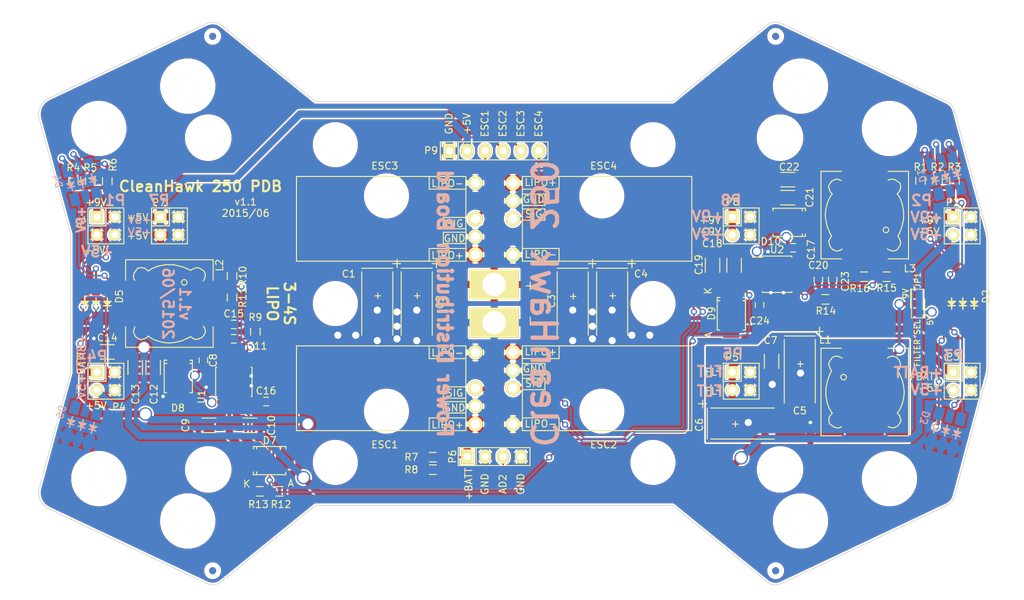
<source format=kicad_pcb>
(kicad_pcb (version 4) (host pcbnew "(2015-11-06 BZR 6302)-product")
  (title_block (title "CleanHawk 250 Power Distribution Board") (date "Thu 04 Jun 2015") (rev v1.1) (company "Kyle Manna"))
  (layers (0 F.Cu signal) (31 B.Cu signal) (34 B.Paste user hide) (35 F.Paste user hide) (36 B.SilkS user) (37 F.SilkS user) (38 B.Mask user) (39 F.Mask user) (44 Edge.Cuts user))
  (net 0 "")
  (net 1 ESC1)
  (net 2 ESC2)
  (net 3 ESC4)
  (net 4 ESC3)
  (net 5 GND)
  (net 6 "Net-(C8-Pad1)")
  (net 7 "Net-(C10-Pad1)")
  (net 8 +5V)
  (net 9 "Net-(C15-Pad1)")
  (net 10 "Net-(C16-Pad1)")
  (net 11 +BATT)
  (net 12 REG_EN)
  (net 13 "Net-(D5-Pad4)")
  (net 14 "Net-(D5-Pad5)")
  (net 15 "Net-(D5-Pad6)")
  (net 16 "Net-(C17-Pad1)")
  (net 17 "Net-(JP1-Pad2)")
  (net 18 GNDA)
  (net 19 "Net-(C5-Pad1)")
  (net 20 "Net-(C8-Pad2)")
  (net 21 "Net-(C11-Pad1)")
  (net 22 "Net-(C17-Pad2)")
  (net 23 "Net-(C18-Pad1)")
  (net 24 "Net-(C20-Pad1)")
  (net 25 "Net-(C23-Pad1)")
  (net 26 "Net-(C24-Pad1)")
  (net 27 "Net-(D1-Pad4)")
  (net 28 "Net-(D1-Pad5)")
  (net 29 "Net-(D1-Pad6)")
  (net 30 "Net-(D1-Pad1)")
  (net 31 "Net-(D1-Pad2)")
  (net 32 "Net-(D1-Pad3)")
  (net 33 "Net-(D2-Pad4)")
  (net 34 "Net-(D2-Pad5)")
  (net 35 "Net-(D2-Pad6)")
  (net 36 "Net-(D4-Pad4)")
  (net 37 "Net-(D4-Pad5)")
  (net 38 "Net-(D4-Pad6)")
  (net 39 "Net-(D4-Pad1)")
  (net 40 "Net-(D4-Pad2)")
  (net 41 "Net-(D4-Pad3)")
  (net 42 "Net-(P6-Pad3)")
  (net 43 "Net-(R10-Pad2)")
  (net 44 "Net-(R15-Pad2)")
  (net 45 +9V)
  (module Diodes_SMD:Diode-SMB_Standard (layer F.Cu) (at 95.25 100.33 270)
    (fp_text reference D8 (at 4.47 0.05 360) (layer F.SilkS))
    (fp_text value B340LB hide)
    (pad 1 smd rect (at -2.14884 0 270) (size 2.49936 2.30124) (layers F.Cu F.Paste F.Mask) (net 20 "Net-(C8-Pad2)"))
    (pad 2 smd rect (at 2.14884 0 270) (size 2.49936 2.30124) (layers F.Cu F.Paste F.Mask) (net 5 GND))
  )
  (module Diodes_SMD:Diode-SMB_Standard (layer F.Cu) (at 181.8 78.5 180)
    (fp_text reference D10 (at 2.6 -2.7 180) (layer F.SilkS))
    (fp_text value B340LB hide)
    (pad 1 smd rect (at -2.14884 0 180) (size 2.49936 2.30124) (layers F.Cu F.Paste F.Mask) (net 22 "Net-(C17-Pad2)"))
    (pad 2 smd rect (at 2.14884 0 180) (size 2.49936 2.30124) (layers F.Cu F.Paste F.Mask) (net 5 GND))
  )
  (module backpack:Kiss_ESC_18A_v1.1 (layer F.Cu) (at 124 78)
    (fp_text reference ESC3 (at 0.5 -7.5) (layer F.SilkS))
    (fp_text value KISS_ESC_18A hide)
    (fp_text user GND (at 10.4 2.775) (layer F.SilkS))
    (fp_text user SIG (at 10.4 0.675) (layer F.SilkS))
    (fp_text user ~ (at 14.2 0.8) (layer F.SilkS))
    (fp_text user LIPO+ (at 9.4 5.175) (layer F.SilkS))
    (fp_text user LIPO- (at 9.4 -5.025) (layer F.SilkS))
    (pad 1 thru_hole circle (at 13.335 5.08) (size 2.1 2.1) (drill 1.35) (layers *.Cu *.Mask F.SilkS) (net 11 +BATT))
    (pad 3 thru_hole circle (at 13.335 2.54) (size 2.1 2.1) (drill 1.35) (layers *.Cu *.Mask F.SilkS) (net 5 GND))
    (pad 2 thru_hole circle (at 13.335 0) (size 2.1 2.1) (drill 1.35) (layers *.Cu *.Mask F.SilkS) (net 4 ESC3))
    (pad 4 thru_hole circle (at 13.335 -5.08) (size 2.1 2.1) (drill 1.35) (layers *.Cu *.Mask F.SilkS) (net 5 GND))
  )
  (module backpack:Kiss_ESC_18A_v1.1 (layer F.Cu) (at 156 78 180)
    (fp_text reference ESC4 (at 0.5 7.5 180) (layer F.SilkS))
    (fp_text value KISS_ESC_18A hide)
    (fp_text user GND (at 10.4 2.775 180) (layer F.SilkS))
    (fp_text user SIG (at 10.4 0.675 180) (layer F.SilkS))
    (fp_text user ~ (at 14.2 0.8 180) (layer F.SilkS))
    (fp_text user LIPO+ (at 9.4 5.175 180) (layer F.SilkS))
    (fp_text user LIPO- (at 9.4 -5.025 180) (layer F.SilkS))
    (pad 1 thru_hole circle (at 13.335 5.08 180) (size 2.1 2.1) (drill 1.35) (layers *.Cu *.Mask F.SilkS) (net 11 +BATT))
    (pad 3 thru_hole circle (at 13.335 2.54 180) (size 2.1 2.1) (drill 1.35) (layers *.Cu *.Mask F.SilkS) (net 5 GND))
    (pad 2 thru_hole circle (at 13.335 0 180) (size 2.1 2.1) (drill 1.35) (layers *.Cu *.Mask F.SilkS) (net 3 ESC4))
    (pad 4 thru_hole circle (at 13.335 -5.08 180) (size 2.1 2.1) (drill 1.35) (layers *.Cu *.Mask F.SilkS) (net 5 GND))
  )
  (module backpack:Kiss_ESC_18A_v1.1 (layer F.Cu) (at 156 102 180)
    (fp_text reference ESC2 (at 0.5 -8 180) (layer F.SilkS))
    (fp_text value KISS_ESC_18A hide)
    (fp_text user GND (at 10.4 2.775 180) (layer F.SilkS))
    (fp_text user SIG (at 10.4 0.675 180) (layer F.SilkS))
    (fp_text user ~ (at 14.2 0.8 180) (layer F.SilkS))
    (fp_text user LIPO+ (at 9.4 5.175 180) (layer F.SilkS))
    (fp_text user LIPO- (at 9.4 -5.025 180) (layer F.SilkS))
    (pad 1 thru_hole circle (at 13.335 5.08 180) (size 2.1 2.1) (drill 1.35) (layers *.Cu *.Mask F.SilkS) (net 11 +BATT))
    (pad 3 thru_hole circle (at 13.335 2.54 180) (size 2.1 2.1) (drill 1.35) (layers *.Cu *.Mask F.SilkS) (net 5 GND))
    (pad 2 thru_hole circle (at 13.335 0 180) (size 2.1 2.1) (drill 1.35) (layers *.Cu *.Mask F.SilkS) (net 2 ESC2))
    (pad 4 thru_hole circle (at 13.335 -5.08 180) (size 2.1 2.1) (drill 1.35) (layers *.Cu *.Mask F.SilkS) (net 5 GND))
  )
  (module backpack:Kiss_ESC_18A_v1.1 (layer F.Cu) (at 124 102)
    (fp_text reference ESC1 (at 0.5 8) (layer F.SilkS))
    (fp_text value KISS_ESC_18A hide)
    (fp_text user GND (at 10.4 2.775) (layer F.SilkS))
    (fp_text user SIG (at 10.4 0.675) (layer F.SilkS))
    (fp_text user ~ (at 14.2 0.8) (layer F.SilkS))
    (fp_text user LIPO+ (at 9.4 5.175) (layer F.SilkS))
    (fp_text user LIPO- (at 9.4 -5.025) (layer F.SilkS))
    (pad 1 thru_hole circle (at 13.335 5.08) (size 2.1 2.1) (drill 1.35) (layers *.Cu *.Mask F.SilkS) (net 11 +BATT))
    (pad 3 thru_hole circle (at 13.335 2.54) (size 2.1 2.1) (drill 1.35) (layers *.Cu *.Mask F.SilkS) (net 5 GND))
    (pad 2 thru_hole circle (at 13.335 0) (size 2.1 2.1) (drill 1.35) (layers *.Cu *.Mask F.SilkS) (net 1 ESC1))
    (pad 4 thru_hole circle (at 13.335 -5.08) (size 2.1 2.1) (drill 1.35) (layers *.Cu *.Mask F.SilkS) (net 5 GND))
  )
  (module Capacitors_SMD:C_1206 (layer F.Cu) (at 179.3 98.2 270)
    (fp_text reference C7 (at -2.988 0.146 360) (layer F.SilkS))
    (fp_text value 10uF/35V hide)
    (pad 1 smd rect (at -1.5 0 270) (size 1 1.6) (layers F.Cu F.Paste F.Mask) (net 19 "Net-(C5-Pad1)"))
    (pad 2 smd rect (at 1.5 0 270) (size 1 1.6) (layers F.Cu F.Paste F.Mask) (net 18 GNDA))
  )
  (module Pin_Headers:Pin_Header_Straight_2x02 (layer F.Cu) (at 85 101 270)
    (fp_text reference P4 (at 3.648 -1.868 540) (layer F.SilkS))
    (fp_text value CONN_02X02 hide)
    (pad 1 thru_hole rect (at -1.27 1.27 270) (size 1.7272 1.7272) (drill 1.016) (layers *.Cu *.Mask F.SilkS) (net 11 +BATT))
    (pad 2 thru_hole oval (at -1.27 -1.27 270) (size 1.7272 1.7272) (drill 1.016) (layers *.Cu *.Mask F.SilkS) (net 5 GND))
    (pad 3 thru_hole oval (at 1.27 1.27 270) (size 1.7272 1.7272) (drill 1.016) (layers *.Cu *.Mask F.SilkS) (net 8 +5V))
    (pad 4 thru_hole oval (at 1.27 -1.27 270) (size 1.7272 1.7272) (drill 1.016) (layers *.Cu *.Mask F.SilkS) (net 5 GND))
  )
  (module Pin_Headers:Pin_Header_Straight_2x02 (layer F.Cu) (at 206.3 79 270)
    (fp_text reference P2 (at -3.308 1.322 360) (layer F.SilkS))
    (fp_text value CONN_02X02 hide)
    (pad 1 thru_hole rect (at -1.27 1.27 270) (size 1.7272 1.7272) (drill 1.016) (layers *.Cu *.Mask F.SilkS) (net 45 +9V))
    (pad 2 thru_hole oval (at -1.27 -1.27 270) (size 1.7272 1.7272) (drill 1.016) (layers *.Cu *.Mask F.SilkS) (net 5 GND))
    (pad 3 thru_hole oval (at 1.27 1.27 270) (size 1.7272 1.7272) (drill 1.016) (layers *.Cu *.Mask F.SilkS) (net 8 +5V))
    (pad 4 thru_hole oval (at 1.27 -1.27 270) (size 1.7272 1.7272) (drill 1.016) (layers *.Cu *.Mask F.SilkS) (net 5 GND))
  )
  (module Pin_Headers:Pin_Header_Straight_2x02 (layer F.Cu) (at 206.3 101 270)
    (fp_text reference P3 (at -3.464 1.322 360) (layer F.SilkS))
    (fp_text value CONN_02X02 hide)
    (pad 1 thru_hole rect (at -1.27 1.27 270) (size 1.7272 1.7272) (drill 1.016) (layers *.Cu *.Mask F.SilkS) (net 11 +BATT))
    (pad 2 thru_hole oval (at -1.27 -1.27 270) (size 1.7272 1.7272) (drill 1.016) (layers *.Cu *.Mask F.SilkS) (net 5 GND))
    (pad 3 thru_hole oval (at 1.27 1.27 270) (size 1.7272 1.7272) (drill 1.016) (layers *.Cu *.Mask F.SilkS) (net 8 +5V))
    (pad 4 thru_hole oval (at 1.27 -1.27 270) (size 1.7272 1.7272) (drill 1.016) (layers *.Cu *.Mask F.SilkS) (net 5 GND))
  )
  (module Pin_Headers:Pin_Header_Straight_2x02 (layer F.Cu) (at 85 79 270)
    (fp_text reference P1 (at -0.55 3.5 270) (layer F.SilkS))
    (fp_text value CONN_02X02 hide)
    (pad 1 thru_hole rect (at -1.27 1.27 270) (size 1.7272 1.7272) (drill 1.016) (layers *.Cu *.Mask F.SilkS) (net 45 +9V))
    (pad 2 thru_hole oval (at -1.27 -1.27 270) (size 1.7272 1.7272) (drill 1.016) (layers *.Cu *.Mask F.SilkS) (net 5 GND))
    (pad 3 thru_hole oval (at 1.27 1.27 270) (size 1.7272 1.7272) (drill 1.016) (layers *.Cu *.Mask F.SilkS) (net 8 +5V))
    (pad 4 thru_hole oval (at 1.27 -1.27 270) (size 1.7272 1.7272) (drill 1.016) (layers *.Cu *.Mask F.SilkS) (net 5 GND))
  )
  (module Capacitors_Tantalum_SMD:TantalC_SizeD_EIA-7343_Reflow (layer F.Cu) (at 175.2 107)
    (fp_text reference C6 (at -6.14 0.188 90) (layer F.SilkS))
    (fp_text value 100uF/16V hide)
    (fp_text user + (at -1.016 0) (layer F.SilkS))
    (pad 2 smd rect (at 3.175 0) (size 2.55016 2.70002) (layers F.Cu F.Paste F.Mask) (net 18 GNDA))
    (pad 1 smd rect (at -3.175 0) (size 2.55016 2.70002) (layers F.Cu F.Paste F.Mask) (net 19 "Net-(C5-Pad1)"))
  )
  (module Capacitors_Tantalum_SMD:TantalC_SizeD_EIA-7343_Reflow (layer F.Cu) (at 183.3 99.6 270)
    (fp_text reference C5 (at 5.588 0 360) (layer F.SilkS))
    (fp_text value 100uF/16V hide)
    (fp_text user + (at -1.016 0 270) (layer F.SilkS))
    (pad 2 smd rect (at 3.175 0 270) (size 2.55016 2.70002) (layers F.Cu F.Paste F.Mask) (net 18 GNDA))
    (pad 1 smd rect (at -3.175 0 270) (size 2.55016 2.70002) (layers F.Cu F.Paste F.Mask) (net 19 "Net-(C5-Pad1)"))
  )
  (module Resistors_SMD:R_0603 (layer F.Cu) (at 131.318 113.538 180)
    (fp_text reference R8 (at 3.048 0 180) (layer F.SilkS))
    (fp_text value 2.32k/1% hide)
    (pad 1 smd rect (at -0.75 0 180) (size 0.5 0.9) (layers F.Cu F.Paste F.Mask) (net 42 "Net-(P6-Pad3)"))
    (pad 2 smd rect (at 0.75 0 180) (size 0.5 0.9) (layers F.Cu F.Paste F.Mask) (net 5 GND))
  )
  (module Resistors_SMD:R_0603 (layer F.Cu) (at 131.318 111.76)
    (fp_text reference R7 (at -3.048 0) (layer F.SilkS))
    (fp_text value 10k/1% hide)
    (pad 1 smd rect (at -0.75 0) (size 0.5 0.9) (layers F.Cu F.Paste F.Mask) (net 42 "Net-(P6-Pad3)"))
    (pad 2 smd rect (at 0.75 0) (size 0.5 0.9) (layers F.Cu F.Paste F.Mask) (net 11 +BATT))
  )
  (module Capacitors_Tantalum_SMD:TantalC_SizeD_EIA-7343_Reflow (layer F.Cu) (at 156.718 90 270)
    (fp_text reference C4 (at -4.2 -4.082 360) (layer F.SilkS))
    (fp_text value 33uF/25V/np hide)
    (fp_text user + (at -1.1 0 270) (layer F.SilkS))
    (pad 2 smd rect (at 3.175 0 270) (size 2.55016 2.70002) (layers F.Cu F.Paste F.Mask) (net 5 GND))
    (pad 1 smd rect (at -3.175 0 270) (size 2.55016 2.70002) (layers F.Cu F.Paste F.Mask) (net 11 +BATT))
  )
  (module Capacitors_Tantalum_SMD:TantalC_SizeD_EIA-7343_Reflow (layer F.Cu) (at 129.032 90 270)
    (fp_text reference C2 (at -0.20066 -3.29946 270) (layer F.SilkS))
    (fp_text value 33uF/25V/np hide)
    (fp_text user + (at -1.1 0 270) (layer F.SilkS))
    (pad 2 smd rect (at 3.175 0 270) (size 2.55016 2.70002) (layers F.Cu F.Paste F.Mask) (net 5 GND))
    (pad 1 smd rect (at -3.175 0 270) (size 2.55016 2.70002) (layers F.Cu F.Paste F.Mask) (net 11 +BATT))
  )
  (module Capacitors_Tantalum_SMD:TantalC_SizeD_EIA-7343_Reflow (layer F.Cu) (at 123.444 90 270)
    (fp_text reference C1 (at -4.2 4.044 360) (layer F.SilkS))
    (fp_text value 33uF/25V/np hide)
    (fp_text user + (at -1.1 0 270) (layer F.SilkS))
    (pad 2 smd rect (at 3.175 0 270) (size 2.55016 2.70002) (layers F.Cu F.Paste F.Mask) (net 5 GND))
    (pad 1 smd rect (at -3.175 0 270) (size 2.55016 2.70002) (layers F.Cu F.Paste F.Mask) (net 11 +BATT))
  )
  (module Capacitors_Tantalum_SMD:TantalC_SizeD_EIA-7343_Reflow (layer F.Cu) (at 151.13 90 270)
    (fp_text reference C3 (at -0.338 3.004 270) (layer F.SilkS))
    (fp_text value 33uF/25V/np hide)
    (fp_text user + (at -1.016 0 270) (layer F.SilkS))
    (pad 2 smd rect (at 3.175 0 270) (size 2.55016 2.70002) (layers F.Cu F.Paste F.Mask) (net 5 GND))
    (pad 1 smd rect (at -3.175 0 270) (size 2.55016 2.70002) (layers F.Cu F.Paste F.Mask) (net 11 +BATT))
  )
  (module Pin_Headers:Pin_Header_Straight_2x02 (layer F.Cu) (at 175 101 270)
    (fp_text reference P5 (at -3.4 1.3 540) (layer F.SilkS))
    (fp_text value CONN_02X02 hide)
    (pad 1 thru_hole rect (at -1.27 1.27 270) (size 1.7272 1.7272) (drill 1.016) (layers *.Cu *.Mask F.SilkS) (net 19 "Net-(C5-Pad1)"))
    (pad 2 thru_hole oval (at -1.27 -1.27 270) (size 1.7272 1.7272) (drill 1.016) (layers *.Cu *.Mask F.SilkS) (net 18 GNDA))
    (pad 3 thru_hole oval (at 1.27 1.27 270) (size 1.7272 1.7272) (drill 1.016) (layers *.Cu *.Mask F.SilkS) (net 19 "Net-(C5-Pad1)"))
    (pad 4 thru_hole oval (at 1.27 -1.27 270) (size 1.7272 1.7272) (drill 1.016) (layers *.Cu *.Mask F.SilkS) (net 18 GNDA))
  )
  (module Pin_Headers:Pin_Header_Straight_2x02 (layer F.Cu) (at 175 79 270)
    (fp_text reference P8 (at -3.4 1.25 540) (layer F.SilkS))
    (fp_text value CONN_02X02 hide)
    (pad 1 thru_hole rect (at -1.27 1.27 270) (size 1.7272 1.7272) (drill 1.016) (layers *.Cu *.Mask F.SilkS) (net 45 +9V))
    (pad 2 thru_hole oval (at -1.27 -1.27 270) (size 1.7272 1.7272) (drill 1.016) (layers *.Cu *.Mask F.SilkS) (net 5 GND))
    (pad 3 thru_hole oval (at 1.27 1.27 270) (size 1.7272 1.7272) (drill 1.016) (layers *.Cu *.Mask F.SilkS) (net 45 +9V))
    (pad 4 thru_hole oval (at 1.27 -1.27 270) (size 1.7272 1.7272) (drill 1.016) (layers *.Cu *.Mask F.SilkS) (net 5 GND))
  )
  (module Pin_Headers:Pin_Header_Straight_2x02 (layer F.Cu) (at 94 79 270)
    (fp_text reference P7 (at -3.308 1.48 360) (layer F.SilkS))
    (fp_text value CONN_02X02 hide)
    (pad 1 thru_hole rect (at -1.27 1.27 270) (size 1.7272 1.7272) (drill 1.016) (layers *.Cu *.Mask F.SilkS) (net 8 +5V))
    (pad 2 thru_hole oval (at -1.27 -1.27 270) (size 1.7272 1.7272) (drill 1.016) (layers *.Cu *.Mask F.SilkS) (net 5 GND))
    (pad 3 thru_hole oval (at 1.27 1.27 270) (size 1.7272 1.7272) (drill 1.016) (layers *.Cu *.Mask F.SilkS) (net 8 +5V))
    (pad 4 thru_hole oval (at 1.27 -1.27 270) (size 1.7272 1.7272) (drill 1.016) (layers *.Cu *.Mask F.SilkS) (net 5 GND))
  )
  (module Pin_Headers:Pin_Header_Straight_1x04 (layer F.Cu) (at 140 111.68)
    (fp_text reference P6 (at -5.9 0 90) (layer F.SilkS))
    (fp_text value CONN_01X04 hide)
    (pad 1 thru_hole rect (at -3.81 0) (size 1.7272 2.032) (drill 1.016) (layers *.Cu *.Mask F.SilkS) (net 11 +BATT))
    (pad 2 thru_hole oval (at -1.27 0) (size 1.7272 2.032) (drill 1.016) (layers *.Cu *.Mask F.SilkS) (net 5 GND))
    (pad 3 thru_hole oval (at 1.27 0) (size 1.7272 2.032) (drill 1.016) (layers *.Cu *.Mask F.SilkS) (net 42 "Net-(P6-Pad3)"))
    (pad 4 thru_hole oval (at 3.81 0) (size 1.7272 2.032) (drill 1.016) (layers *.Cu *.Mask F.SilkS) (net 5 GND))
  )
  (module Pin_Headers:Pin_Header_Straight_1x06 (layer F.Cu) (at 140 68.372)
    (fp_text reference P9 (at -8.936 -0.046 180) (layer F.SilkS))
    (fp_text value CONN_01X06 hide)
    (pad 1 thru_hole rect (at -6.35 0) (size 1.7272 2.032) (drill 1.016) (layers *.Cu *.Mask F.SilkS) (net 5 GND))
    (pad 2 thru_hole oval (at -3.81 0) (size 1.7272 2.032) (drill 1.016) (layers *.Cu *.Mask F.SilkS) (net 8 +5V))
    (pad 3 thru_hole oval (at -1.27 0) (size 1.7272 2.032) (drill 1.016) (layers *.Cu *.Mask F.SilkS) (net 1 ESC1))
    (pad 4 thru_hole oval (at 1.27 0) (size 1.7272 2.032) (drill 1.016) (layers *.Cu *.Mask F.SilkS) (net 2 ESC2))
    (pad 5 thru_hole oval (at 3.81 0) (size 1.7272 2.032) (drill 1.016) (layers *.Cu *.Mask F.SilkS) (net 4 ESC3))
    (pad 6 thru_hole oval (at 6.35 0) (size 1.7272 2.032) (drill 1.016) (layers *.Cu *.Mask F.SilkS) (net 3 ESC4))
  )
  (module Capacitors_SMD:C_0603 (layer F.Cu) (at 182.35 82.1)
    (fp_text reference C17 (at 2.55 0.3 90) (layer F.SilkS))
    (fp_text value 100nF hide)
    (pad 1 smd rect (at -0.75 0) (size 0.8 0.75) (layers F.Cu F.Paste F.Mask) (net 16 "Net-(C17-Pad1)"))
    (pad 2 smd rect (at 0.75 0) (size 0.8 0.75) (layers F.Cu F.Paste F.Mask) (net 22 "Net-(C17-Pad2)"))
  )
  (module Capacitors_SMD:C_1206 (layer F.Cu) (at 173.99 84.582 90)
    (fp_text reference C18 (at 3.082 -3.09 360) (layer F.SilkS))
    (fp_text value 10uF/35V hide)
    (pad 1 smd rect (at -1.5 0 90) (size 1 1.6) (layers F.Cu F.Paste F.Mask) (net 23 "Net-(C18-Pad1)"))
    (pad 2 smd rect (at 1.5 0 90) (size 1 1.6) (layers F.Cu F.Paste F.Mask) (net 5 GND))
  )
  (module Capacitors_SMD:C_1206 (layer F.Cu) (at 170.942 84.582 90)
    (fp_text reference C19 (at 0.082 -1.942 90) (layer F.SilkS))
    (fp_text value 10uF/35V hide)
    (pad 1 smd rect (at -1.5 0 90) (size 1 1.6) (layers F.Cu F.Paste F.Mask) (net 23 "Net-(C18-Pad1)"))
    (pad 2 smd rect (at 1.5 0 90) (size 1 1.6) (layers F.Cu F.Paste F.Mask) (net 5 GND))
  )
  (module Capacitors_SMD:C_0603 (layer F.Cu) (at 185.928 86.614 90)
    (fp_text reference C20 (at 2.032 0 360) (layer F.SilkS))
    (fp_text value 18pF hide)
    (pad 1 smd rect (at -0.75 0 90) (size 0.8 0.75) (layers F.Cu F.Paste F.Mask) (net 24 "Net-(C20-Pad1)"))
    (pad 2 smd rect (at 0.75 0 90) (size 0.8 0.75) (layers F.Cu F.Paste F.Mask) (net 5 GND))
  )
  (module Capacitors_SMD:C_0603 (layer F.Cu) (at 187.96 86.614 90)
    (fp_text reference C23 (at -0.254 1.778 90) (layer F.SilkS))
    (fp_text value 680pF hide)
    (pad 1 smd rect (at -0.75 0 90) (size 0.8 0.75) (layers F.Cu F.Paste F.Mask) (net 25 "Net-(C23-Pad1)"))
    (pad 2 smd rect (at 0.75 0 90) (size 0.8 0.75) (layers F.Cu F.Paste F.Mask) (net 5 GND))
  )
  (module Capacitors_SMD:C_0603 (layer F.Cu) (at 177.6 90.2 270)
    (fp_text reference C24 (at 2.25 0 360) (layer F.SilkS))
    (fp_text value 8.2nF hide)
    (pad 1 smd rect (at -0.75 0 270) (size 0.8 0.75) (layers F.Cu F.Paste F.Mask) (net 26 "Net-(C24-Pad1)"))
    (pad 2 smd rect (at 0.75 0 270) (size 0.8 0.75) (layers F.Cu F.Paste F.Mask) (net 5 GND))
  )
  (module Capacitors_SMD:C_0603 (layer F.Cu) (at 98.806 98.044 90)
    (fp_text reference C8 (at -0.006 1.394 270) (layer F.SilkS))
    (fp_text value 100nF hide)
    (pad 1 smd rect (at -0.75 0 90) (size 0.8 0.75) (layers F.Cu F.Paste F.Mask) (net 6 "Net-(C8-Pad1)"))
    (pad 2 smd rect (at 0.75 0 90) (size 0.8 0.75) (layers F.Cu F.Paste F.Mask) (net 20 "Net-(C8-Pad2)"))
  )
  (module Capacitors_SMD:C_1206 (layer F.Cu) (at 99.6 107.25 180)
    (fp_text reference C9 (at 3.302 0 270) (layer F.SilkS))
    (fp_text value 10uF/35V hide)
    (pad 1 smd rect (at -1.5 0 180) (size 1 1.6) (layers F.Cu F.Paste F.Mask) (net 7 "Net-(C10-Pad1)"))
    (pad 2 smd rect (at 1.5 0 180) (size 1 1.6) (layers F.Cu F.Paste F.Mask) (net 5 GND))
  )
  (module Capacitors_SMD:C_1206 (layer F.Cu) (at 105.4 107.25)
    (fp_text reference C10 (at 3.048 0 90) (layer F.SilkS))
    (fp_text value 10uF/35V hide)
    (pad 1 smd rect (at -1.5 0) (size 1 1.6) (layers F.Cu F.Paste F.Mask) (net 7 "Net-(C10-Pad1)"))
    (pad 2 smd rect (at 1.5 0) (size 1 1.6) (layers F.Cu F.Paste F.Mask) (net 5 GND))
  )
  (module Capacitors_SMD:C_0603 (layer F.Cu) (at 103.124 94.996 180)
    (fp_text reference C11 (at -3.302 -1.016 180) (layer F.SilkS))
    (fp_text value 18pF hide)
    (pad 1 smd rect (at -0.75 0 180) (size 0.8 0.75) (layers F.Cu F.Paste F.Mask) (net 21 "Net-(C11-Pad1)"))
    (pad 2 smd rect (at 0.75 0 180) (size 0.8 0.75) (layers F.Cu F.Paste F.Mask) (net 5 GND))
  )
  (module Capacitors_SMD:C_0603 (layer F.Cu) (at 103.124 92.964 180)
    (fp_text reference C15 (at 0 1.524 360) (layer F.SilkS))
    (fp_text value 680pF hide)
    (pad 1 smd rect (at -0.75 0 180) (size 0.8 0.75) (layers F.Cu F.Paste F.Mask) (net 9 "Net-(C15-Pad1)"))
    (pad 2 smd rect (at 0.75 0 180) (size 0.8 0.75) (layers F.Cu F.Paste F.Mask) (net 5 GND))
  )
  (module Capacitors_SMD:C_0603 (layer F.Cu) (at 107.696 103.886)
    (fp_text reference C16 (at 0 -1.524) (layer F.SilkS))
    (fp_text value 8.2nF hide)
    (pad 1 smd rect (at -0.75 0) (size 0.8 0.75) (layers F.Cu F.Paste F.Mask) (net 10 "Net-(C16-Pad1)"))
    (pad 2 smd rect (at 0.75 0) (size 0.8 0.75) (layers F.Cu F.Paste F.Mask) (net 5 GND))
  )
  (module Resistors_SMD:R_0603 (layer F.Cu) (at 186.944 89.408)
    (fp_text reference R14 (at 0.056 1.642) (layer F.SilkS))
    (fp_text value 78.7k hide)
    (pad 1 smd rect (at -0.75 0) (size 0.5 0.9) (layers F.Cu F.Paste F.Mask) (net 24 "Net-(C20-Pad1)"))
    (pad 2 smd rect (at 0.75 0) (size 0.5 0.9) (layers F.Cu F.Paste F.Mask) (net 25 "Net-(C23-Pad1)"))
  )
  (module Resistors_SMD:R_0603 (layer F.Cu) (at 195.6 86.2 180)
    (fp_text reference R15 (at 0 -1.6 360) (layer F.SilkS))
    (fp_text value 10k/1% hide)
    (pad 1 smd rect (at -0.75 0 180) (size 0.5 0.9) (layers F.Cu F.Paste F.Mask) (net 45 +9V))
    (pad 2 smd rect (at 0.75 0 180) (size 0.5 0.9) (layers F.Cu F.Paste F.Mask) (net 44 "Net-(R15-Pad2)"))
  )
  (module Resistors_SMD:R_0603 (layer F.Cu) (at 192.4 86.2 180)
    (fp_text reference R16 (at 0.6 -1.65 180) (layer F.SilkS))
    (fp_text value 976/1% hide)
    (pad 1 smd rect (at -0.75 0 180) (size 0.5 0.9) (layers F.Cu F.Paste F.Mask) (net 44 "Net-(R15-Pad2)"))
    (pad 2 smd rect (at 0.75 0 180) (size 0.5 0.9) (layers F.Cu F.Paste F.Mask) (net 5 GND))
  )
  (module Resistors_SMD:R_0603 (layer F.Cu) (at 109.6 116.6 180)
    (fp_text reference R12 (at -0.2 -1.85 180) (layer F.SilkS))
    (fp_text value 169k/np hide)
    (pad 1 smd rect (at -0.75 0 180) (size 0.5 0.9) (layers F.Cu F.Paste F.Mask) (net 11 +BATT))
    (pad 2 smd rect (at 0.75 0 180) (size 0.5 0.9) (layers F.Cu F.Paste F.Mask) (net 12 REG_EN))
  )
  (module Resistors_SMD:R_0603 (layer F.Cu) (at 106.8 116.6 180)
    (fp_text reference R13 (at 0.2 -1.85 180) (layer F.SilkS))
    (fp_text value 28k/np hide)
    (pad 1 smd rect (at -0.75 0 180) (size 0.5 0.9) (layers F.Cu F.Paste F.Mask) (net 12 REG_EN))
    (pad 2 smd rect (at 0.75 0 180) (size 0.5 0.9) (layers F.Cu F.Paste F.Mask) (net 5 GND))
  )
  (module Resistors_SMD:R_0603 (layer F.Cu) (at 106.172 93.98 90)
    (fp_text reference R9 (at 2.032 0 180) (layer F.SilkS))
    (fp_text value 78.7k hide)
    (pad 1 smd rect (at -0.75 0 90) (size 0.5 0.9) (layers F.Cu F.Paste F.Mask) (net 21 "Net-(C11-Pad1)"))
    (pad 2 smd rect (at 0.75 0 90) (size 0.5 0.9) (layers F.Cu F.Paste F.Mask) (net 9 "Net-(C15-Pad1)"))
  )
  (module Resistors_SMD:R_0603 (layer F.Cu) (at 102.87 86.106 270)
    (fp_text reference R10 (at 0 -1.524 450) (layer F.SilkS))
    (fp_text value 10k/1% hide)
    (pad 1 smd rect (at -0.75 0 270) (size 0.5 0.9) (layers F.Cu F.Paste F.Mask) (net 8 +5V))
    (pad 2 smd rect (at 0.75 0 270) (size 0.5 0.9) (layers F.Cu F.Paste F.Mask) (net 43 "Net-(R10-Pad2)"))
  )
  (module Resistors_SMD:R_0603 (layer F.Cu) (at 102.87 89.154 270)
    (fp_text reference R11 (at 0 -1.524 270) (layer F.SilkS))
    (fp_text value 1.91k/1% hide)
    (pad 1 smd rect (at -0.75 0 270) (size 0.5 0.9) (layers F.Cu F.Paste F.Mask) (net 43 "Net-(R10-Pad2)"))
    (pad 2 smd rect (at 0.75 0 270) (size 0.5 0.9) (layers F.Cu F.Paste F.Mask) (net 5 GND))
  )
  (module Choke_SMD:Choke_SMD_12x12mm_h6mm (layer F.Cu) (at 192.5 77.47 90)
    (fp_text reference L3 (at -7.58 6.4 180) (layer F.SilkS))
    (fp_text value 8.2uH hide)
    (pad 1 smd rect (at -4.95046 0 90) (size 2.90068 5.40004) (layers F.Cu F.Paste F.Mask) (net 22 "Net-(C17-Pad2)"))
    (pad 2 smd rect (at 4.95046 0 90) (size 2.90068 5.40004) (layers F.Cu F.Paste F.Mask) (net 45 +9V))
  )
  (module Choke_SMD:Choke_SMD_12x12mm_h6mm (layer F.Cu) (at 94 90 180)
    (fp_text reference L2 (at -7.092 5.418 270) (layer F.SilkS))
    (fp_text value 8.2uH hide)
    (pad 1 smd rect (at -4.95046 0 180) (size 2.90068 5.40004) (layers F.Cu F.Paste F.Mask) (net 20 "Net-(C8-Pad2)"))
    (pad 2 smd rect (at 4.95046 0 180) (size 2.90068 5.40004) (layers F.Cu F.Paste F.Mask) (net 8 +5V))
  )
  (module ab2_jumper:AB2_SJMP_03-1 (layer F.Cu) (at 200 90 270)
    (fp_text reference JP1 (at -3.302 0 270) (layer F.SilkS) (effects (font (size 0.8128 0.8128))))
    (fp_text value "FILTER SEL" (at 5.6 0.06 270) (layer F.SilkS) (effects (font (size 0.8128 0.8128))))
    (fp_text user 5V (at 2.3656 -1.7784 270) (layer F.SilkS) (effects (font (size 0.8128 0.8128))))
    (fp_text user 9V (at -1.4 1.7 270) (layer F.SilkS) (effects (font (size 0.8128 0.8128))))
    (pad 2 smd rect (at 0 0 90) (size 1.016 1.27) (layers F.Cu F.Paste F.Mask) (net 17 "Net-(JP1-Pad2)"))
    (pad 3 smd rect (at 1.27 0 90) (size 1.016 1.27) (layers F.Cu F.Paste F.Mask) (net 8 +5V))
    (pad 1 smd rect (at -1.27 0 90) (size 1.016 1.27) (layers F.Cu F.Paste F.Mask) (net 45 +9V))
  )
  (module backpack:NetTie-I_Connected_SMD (layer F.Cu) (at 184.7985 109.8 90)
    (fp_text reference JP2 hide)
    (fp_text value JUMPER hide)
    (fp_line (start 0.4 0) (end -0.4 0) (layer F.Cu) (width 0.8))
    (pad 1 smd rect (at -1 0 90) (size 1 1.1) (layers F.Cu) (net 5 GND))
    (pad 2 smd rect (at 1 0 90) (size 1 1.1) (layers F.Cu) (net 18 GNDA))
  )
  (module backpack:FIDUCIAL_1MM (layer B.Cu) (at 179.88 52.15)
    (fp_text reference F4 hide)
    (fp_text value SPECIAL hide)
    (pad 1 smd circle (at 0 0) (size 1 1) (layers B.Cu B.Mask) (clearance 0.7))
  )
  (module backpack:FIDUCIAL_1MM (layer F.Cu) (at 179.88 52.15)
    (fp_text reference F3 hide)
    (fp_text value SPECIAL hide)
    (pad 1 smd circle (at 0 0) (size 1 1) (layers F.Cu F.Mask) (clearance 0.7))
  )
  (module backpack:FIDUCIAL_1MM (layer B.Cu) (at 100.12 127.85)
    (fp_text reference F2 hide)
    (fp_text value SPECIAL hide)
    (pad 1 smd circle (at 0 0) (size 1 1) (layers B.Cu B.Mask) (clearance 0.7))
  )
  (module backpack:FIDUCIAL_1MM (layer F.Cu) (at 100.12 127.85)
    (fp_text reference F1 hide)
    (fp_text value SPECIAL hide)
    (pad 1 smd circle (at 0 0) (size 1 1) (layers F.Cu F.Mask) (clearance 0.7))
  )
  (module Capacitors_SMD:C_1206 (layer F.Cu) (at 91.694 99.06 270)
    (fp_text reference C12 (at 3.79 -0.106 270) (layer F.SilkS))
    (fp_text value 22uF/10V hide)
    (pad 1 smd rect (at -1.5 0 270) (size 1 1.6) (layers F.Cu F.Paste F.Mask) (net 8 +5V))
    (pad 2 smd rect (at 1.5 0 270) (size 1 1.6) (layers F.Cu F.Paste F.Mask) (net 5 GND))
  )
  (module Capacitors_SMD:C_1206 (layer F.Cu) (at 89.154 99.06 270)
    (fp_text reference C13 (at 3.79 -0.046 450) (layer F.SilkS))
    (fp_text value 22uF/10V hide)
    (pad 1 smd rect (at -1.5 0 270) (size 1 1.6) (layers F.Cu F.Paste F.Mask) (net 8 +5V))
    (pad 2 smd rect (at 1.5 0 270) (size 1 1.6) (layers F.Cu F.Paste F.Mask) (net 5 GND))
  )
  (module Capacitors_SMD:C_1206 (layer F.Cu) (at 85.2 96.85 180)
    (fp_text reference C14 (at 0 2 180) (layer F.SilkS))
    (fp_text value 22uF/10V hide)
    (pad 1 smd rect (at -1.5 0 180) (size 1 1.6) (layers F.Cu F.Paste F.Mask) (net 8 +5V))
    (pad 2 smd rect (at 1.5 0 180) (size 1 1.6) (layers F.Cu F.Paste F.Mask) (net 5 GND))
  )
  (module Capacitors_SMD:C_1206 (layer F.Cu) (at 181.6 75 180)
    (fp_text reference C21 (at -3.1 0.05 270) (layer F.SilkS))
    (fp_text value 22uF/16V hide)
    (pad 1 smd rect (at -1.5 0 180) (size 1 1.6) (layers F.Cu F.Paste F.Mask) (net 45 +9V))
    (pad 2 smd rect (at 1.5 0 180) (size 1 1.6) (layers F.Cu F.Paste F.Mask) (net 5 GND))
  )
  (module Capacitors_SMD:C_1206 (layer F.Cu) (at 181.6 72.45 180)
    (fp_text reference C22 (at -0.2 1.8 180) (layer F.SilkS))
    (fp_text value 22uF/16V hide)
    (pad 1 smd rect (at -1.5 0 180) (size 1 1.6) (layers F.Cu F.Paste F.Mask) (net 45 +9V))
    (pad 2 smd rect (at 1.5 0 180) (size 1 1.6) (layers F.Cu F.Paste F.Mask) (net 5 GND))
  )
  (module Choke_SMD:Choke_SMD_12x12mm_h6mm (layer F.Cu) (at 192.5 102.53 270)
    (fp_text reference L1 (at -7.38 5.6 360) (layer F.SilkS))
    (fp_text value 820uH hide)
    (pad 1 smd rect (at -4.95046 0 270) (size 2.90068 5.40004) (layers F.Cu F.Paste F.Mask) (net 17 "Net-(JP1-Pad2)"))
    (pad 2 smd rect (at 4.95046 0 270) (size 2.90068 5.40004) (layers F.Cu F.Paste F.Mask) (net 19 "Net-(C5-Pad1)"))
  )
  (module backpack:FIDUCIAL_1MM (layer F.Cu) (at 179.88 127.85)
    (fp_text reference F5 hide)
    (fp_text value SPECIAL hide)
    (pad 1 smd circle (at 0 0) (size 1 1) (layers F.Cu F.Mask) (clearance 0.7))
  )
  (module backpack:FIDUCIAL_1MM (layer B.Cu) (at 179.88 127.85)
    (fp_text reference F6 hide)
    (fp_text value SPECIAL hide)
    (pad 1 smd circle (at 0 0) (size 1 1) (layers B.Cu B.Mask) (clearance 0.7))
  )
  (module backpack:FIDUCIAL_1MM (layer F.Cu) (at 100.12 52.15)
    (fp_text reference F7 hide)
    (fp_text value SPECIAL hide)
    (pad 1 smd circle (at 0 0) (size 1 1) (layers F.Cu F.Mask) (clearance 0.7))
  )
  (module backpack:FIDUCIAL_1MM (layer B.Cu) (at 100.12 52.15)
    (fp_text reference F8 hide)
    (fp_text value SPECIAL hide)
    (pad 1 smd circle (at 0 0) (size 1 1) (layers B.Cu B.Mask) (clearance 0.7))
  )
  (module Resistors_SMD:R_0603 (layer F.Cu) (at 200.4 72.6 270)
    (fp_text reference R1 (at -1.95 0 360) (layer F.SilkS))
    (fp_text value 68 hide)
    (pad 1 smd rect (at -0.75 0 270) (size 0.5 0.9) (layers F.Cu F.Paste F.Mask) (net 30 "Net-(D1-Pad1)"))
    (pad 2 smd rect (at 0.75 0 270) (size 0.5 0.9) (layers F.Cu F.Paste F.Mask) (net 45 +9V))
  )
  (module Resistors_SMD:R_0603 (layer F.Cu) (at 202.8 72.6 270)
    (fp_text reference R2 (at -1.95 0 360) (layer F.SilkS))
    (fp_text value 120 hide)
    (pad 1 smd rect (at -0.75 0 270) (size 0.5 0.9) (layers F.Cu F.Paste F.Mask) (net 31 "Net-(D1-Pad2)"))
    (pad 2 smd rect (at 0.75 0 270) (size 0.5 0.9) (layers F.Cu F.Paste F.Mask) (net 45 +9V))
  )
  (module Resistors_SMD:R_0603 (layer F.Cu) (at 205.2 72.6 270)
    (fp_text reference R3 (at -1.95 0 360) (layer F.SilkS))
    (fp_text value 68 hide)
    (pad 1 smd rect (at -0.75 0 270) (size 0.5 0.9) (layers F.Cu F.Paste F.Mask) (net 32 "Net-(D1-Pad3)"))
    (pad 2 smd rect (at 0.75 0 270) (size 0.5 0.9) (layers F.Cu F.Paste F.Mask) (net 45 +9V))
  )
  (module Resistors_SMD:R_0603 (layer F.Cu) (at 80.4 72.65 270)
    (fp_text reference R4 (at -1.9 0 360) (layer F.SilkS))
    (fp_text value 68/np hide)
    (pad 1 smd rect (at -0.75 0 270) (size 0.5 0.9) (layers F.Cu F.Paste F.Mask) (net 39 "Net-(D4-Pad1)"))
    (pad 2 smd rect (at 0.75 0 270) (size 0.5 0.9) (layers F.Cu F.Paste F.Mask) (net 45 +9V))
  )
  (module Resistors_SMD:R_0603 (layer F.Cu) (at 82.8 72.65 270)
    (fp_text reference R5 (at -1.9 0 360) (layer F.SilkS))
    (fp_text value 120 hide)
    (pad 1 smd rect (at -0.75 0 270) (size 0.5 0.9) (layers F.Cu F.Paste F.Mask) (net 40 "Net-(D4-Pad2)"))
    (pad 2 smd rect (at 0.75 0 270) (size 0.5 0.9) (layers F.Cu F.Paste F.Mask) (net 45 +9V))
  )
  (module Resistors_SMD:R_0603 (layer F.Cu) (at 85.2 72.65 270)
    (fp_text reference R6 (at -2.3 -0.8 270) (layer F.SilkS))
    (fp_text value 68/np hide)
    (pad 1 smd rect (at -0.75 0 270) (size 0.5 0.9) (layers F.Cu F.Paste F.Mask) (net 41 "Net-(D4-Pad3)"))
    (pad 2 smd rect (at 0.75 0 270) (size 0.5 0.9) (layers F.Cu F.Paste F.Mask) (net 45 +9V))
  )
  (module backpack:Emax250_Bottom_Holes (layer F.Cu) (at 140 90)
    (fp_text reference FRAME1 hide)
    (fp_text value SPECIAL hide)
    (pad "" np_thru_hole circle (at -15.25 -15.25) (size 3.1 3.1) (drill 3.1) (layers *.Cu *.Mask F.SilkS) (clearance 1.65))
    (pad "" np_thru_hole circle (at -15.25 15.25) (size 3.1 3.1) (drill 3.1) (layers *.Cu *.Mask F.SilkS) (clearance 1.65))
    (pad "" np_thru_hole circle (at 15.25 15.25) (size 3.1 3.1) (drill 3.1) (layers *.Cu *.Mask F.SilkS) (clearance 1.65))
    (pad "" np_thru_hole circle (at -56 -24.8) (size 3.1 3.1) (drill 3.1) (layers *.Cu *.Mask F.SilkS) (clearance 2.375))
    (pad "" np_thru_hole circle (at -43.4 -30.8) (size 3.1 3.1) (drill 3.1) (layers *.Cu *.Mask F.SilkS) (clearance 2.375))
    (pad "" np_thru_hole circle (at 43.4 -30.8) (size 3.1 3.1) (drill 3.1) (layers *.Cu *.Mask F.SilkS) (clearance 2.375))
    (pad "" np_thru_hole circle (at 56 -24.8) (size 3.1 3.1) (drill 3.1) (layers *.Cu *.Mask F.SilkS) (clearance 2.375))
    (pad "" np_thru_hole circle (at 56 24.8) (size 3.1 3.1) (drill 3.1) (layers *.Cu *.Mask F.SilkS) (clearance 2.375))
    (pad "" np_thru_hole circle (at 43.4 30.8) (size 3.1 3.1) (drill 3.1) (layers *.Cu *.Mask F.SilkS) (clearance 2.375))
    (pad "" np_thru_hole circle (at -43.4 30.8) (size 3.1 3.1) (drill 3.1) (layers *.Cu *.Mask F.SilkS) (clearance 2.375))
    (pad "" np_thru_hole circle (at -56 24.8) (size 3.1 3.1) (drill 3.1) (layers *.Cu *.Mask F.SilkS) (clearance 2.375))
    (pad "" np_thru_hole circle (at 22.5 0) (size 3.1 3.1) (drill 3.1) (layers *.Cu *.Mask F.SilkS) (clearance 1.65))
    (pad "" np_thru_hole circle (at -22.5 0) (size 3.1 3.1) (drill 3.1) (layers *.Cu *.Mask F.SilkS) (clearance 1.65))
    (pad "" np_thru_hole circle (at -22.5 -22.5) (size 3.1 3.1) (drill 3.1) (layers *.Cu *.Mask F.SilkS) (clearance 1.65))
    (pad "" np_thru_hole circle (at 22.5 -22.5) (size 3.1 3.1) (drill 3.1) (layers *.Cu *.Mask F.SilkS) (clearance 1.65))
    (pad "" np_thru_hole circle (at -22.5 22.5) (size 3.1 3.1) (drill 3.1) (layers *.Cu *.Mask F.SilkS) (clearance 1.65))
    (pad "" np_thru_hole circle (at 22.5 22.5) (size 3.1 3.1) (drill 3.1) (layers *.Cu *.Mask F.SilkS) (clearance 1.65))
    (pad "" np_thru_hole circle (at 40.5 -23.5) (size 6 6) (drill 6) (layers *.Cu *.Mask F.SilkS) (clearance 0.3048))
    (pad "" np_thru_hole circle (at 40.5 23.5) (size 6 6) (drill 6) (layers *.Cu *.Mask F.SilkS) (clearance 0.3048))
    (pad "" np_thru_hole circle (at -40.5 -23.5) (size 6 6) (drill 6) (layers *.Cu *.Mask F.SilkS) (clearance 0.3048))
    (pad "" np_thru_hole circle (at -40.5 23.5) (size 6 6) (drill 6) (layers *.Cu *.Mask F.SilkS) (clearance 0.3048))
    (pad "" np_thru_hole circle (at 15.25 -15.25) (size 3.1 3.1) (drill 3.1) (layers *.Cu *.Mask F.SilkS) (clearance 1.65))
  )
  (module backpack:WirePads_12AWG_TH (layer F.Cu) (at 140 90 270)
    (fp_text reference W1 hide)
    (fp_text value WIREPADS hide)
    (fp_text user - (at 2.5 -5 270) (layer F.SilkS) (effects (font (size 1.5 1.5))))
    (fp_text user + (at -2.5 -5 270) (layer F.SilkS) (effects (font (size 1.5 1.5))))
    (pad + thru_hole rect (at -2.7 0 270) (size 4.25 7) (drill 3.3) (layers *.Cu *.Mask F.SilkS) (net 11 +BATT))
    (pad - thru_hole rect (at 2.7 0 270) (size 4.25 7) (drill 3.3) (layers *.Cu *.Mask F.SilkS) (net 5 GND))
  )
  (module backpack:LED_5050_RGB (layer B.Cu) (at 204 72 285)
    (fp_text reference D1 (at -1 3.3 285) (layer B.SilkS) (effects (justify mirror)))
    (fp_text value RGB_LED_5050 hide)
    (pad 4 smd rect (at 2.1 -1.6 285) (size 1.9 1.4) (layers B.Cu B.Paste B.Mask) (net 27 "Net-(D1-Pad4)"))
    (pad 5 smd rect (at 2.1 0 285) (size 1.9 1.1) (layers B.Cu B.Paste B.Mask) (net 28 "Net-(D1-Pad5)"))
    (pad 6 smd rect (at 2.1 1.6 285) (size 1.9 1.4) (layers B.Cu B.Paste B.Mask) (net 29 "Net-(D1-Pad6)"))
    (pad 1 smd rect (at -2.1 1.6 285) (size 1.9 1.4) (layers B.Cu B.Paste B.Mask) (net 30 "Net-(D1-Pad1)"))
    (pad 2 smd rect (at -2.1 0 285) (size 1.9 1.1) (layers B.Cu B.Paste B.Mask) (net 31 "Net-(D1-Pad2)"))
    (pad 3 smd rect (at -2.1 -1.6 285) (size 1.9 1.4) (layers B.Cu B.Paste B.Mask) (net 32 "Net-(D1-Pad3)"))
  )
  (module backpack:LED_5050_RGB (layer F.Cu) (at 206.4 90 270)
    (fp_text reference D2 (at -1 -3.3 270) (layer F.SilkS))
    (fp_text value RGB_LED_5050 hide)
    (pad 4 smd rect (at 2.1 1.6 270) (size 1.9 1.4) (layers F.Cu F.Paste F.Mask) (net 33 "Net-(D2-Pad4)"))
    (pad 5 smd rect (at 2.1 0 270) (size 1.9 1.1) (layers F.Cu F.Paste F.Mask) (net 34 "Net-(D2-Pad5)"))
    (pad 6 smd rect (at 2.1 -1.6 270) (size 1.9 1.4) (layers F.Cu F.Paste F.Mask) (net 35 "Net-(D2-Pad6)"))
    (pad 1 smd rect (at -2.1 -1.6 270) (size 1.9 1.4) (layers F.Cu F.Paste F.Mask) (net 29 "Net-(D1-Pad6)"))
    (pad 2 smd rect (at -2.1 0 270) (size 1.9 1.1) (layers F.Cu F.Paste F.Mask) (net 28 "Net-(D1-Pad5)"))
    (pad 3 smd rect (at -2.1 1.6 270) (size 1.9 1.4) (layers F.Cu F.Paste F.Mask) (net 27 "Net-(D1-Pad4)"))
  )
  (module backpack:LED_5050_RGB (layer B.Cu) (at 204 108 255)
    (fp_text reference D3 (at -1 3.3 255) (layer B.SilkS) (effects (justify mirror)))
    (fp_text value RGB_LED_5050 hide)
    (pad 4 smd rect (at 2.1 -1.6 255) (size 1.9 1.4) (layers B.Cu B.Paste B.Mask) (net 5 GND))
    (pad 5 smd rect (at 2.1 0 255) (size 1.9 1.1) (layers B.Cu B.Paste B.Mask) (net 5 GND))
    (pad 6 smd rect (at 2.1 1.6 255) (size 1.9 1.4) (layers B.Cu B.Paste B.Mask) (net 5 GND))
    (pad 1 smd rect (at -2.1 1.6 255) (size 1.9 1.4) (layers B.Cu B.Paste B.Mask) (net 35 "Net-(D2-Pad6)"))
    (pad 2 smd rect (at -2.1 0 255) (size 1.9 1.1) (layers B.Cu B.Paste B.Mask) (net 34 "Net-(D2-Pad5)"))
    (pad 3 smd rect (at -2.1 -1.6 255) (size 1.9 1.4) (layers B.Cu B.Paste B.Mask) (net 33 "Net-(D2-Pad4)"))
  )
  (module backpack:LED_5050_RGB (layer B.Cu) (at 81.6 107.2 255)
    (fp_text reference D6 (at -1 3.3 255) (layer B.SilkS) (effects (justify mirror)))
    (fp_text value RGB_LED_5050 hide)
    (pad 4 smd rect (at 2.1 -1.6 255) (size 1.9 1.4) (layers B.Cu B.Paste B.Mask) (net 5 GND))
    (pad 5 smd rect (at 2.1 0 255) (size 1.9 1.1) (layers B.Cu B.Paste B.Mask) (net 5 GND))
    (pad 6 smd rect (at 2.1 1.6 255) (size 1.9 1.4) (layers B.Cu B.Paste B.Mask) (net 5 GND))
    (pad 1 smd rect (at -2.1 1.6 255) (size 1.9 1.4) (layers B.Cu B.Paste B.Mask) (net 15 "Net-(D5-Pad6)"))
    (pad 2 smd rect (at -2.1 0 255) (size 1.9 1.1) (layers B.Cu B.Paste B.Mask) (net 14 "Net-(D5-Pad5)"))
    (pad 3 smd rect (at -2.1 -1.6 255) (size 1.9 1.4) (layers B.Cu B.Paste B.Mask) (net 13 "Net-(D5-Pad4)"))
  )
  (module backpack:LED_5050_RGB (layer B.Cu) (at 81.6 72.8 285)
    (fp_text reference D4 (at -1 3.3 285) (layer B.SilkS) (effects (justify mirror)))
    (fp_text value RGB_LED_5050 hide)
    (pad 4 smd rect (at 2.1 -1.6 285) (size 1.9 1.4) (layers B.Cu B.Paste B.Mask) (net 36 "Net-(D4-Pad4)"))
    (pad 5 smd rect (at 2.1 0 285) (size 1.9 1.1) (layers B.Cu B.Paste B.Mask) (net 37 "Net-(D4-Pad5)"))
    (pad 6 smd rect (at 2.1 1.6 285) (size 1.9 1.4) (layers B.Cu B.Paste B.Mask) (net 38 "Net-(D4-Pad6)"))
    (pad 1 smd rect (at -2.1 1.6 285) (size 1.9 1.4) (layers B.Cu B.Paste B.Mask) (net 39 "Net-(D4-Pad1)"))
    (pad 2 smd rect (at -2.1 0 285) (size 1.9 1.1) (layers B.Cu B.Paste B.Mask) (net 40 "Net-(D4-Pad2)"))
    (pad 3 smd rect (at -2.1 -1.6 285) (size 1.9 1.4) (layers B.Cu B.Paste B.Mask) (net 41 "Net-(D4-Pad3)"))
  )
  (module backpack:LED_5050_RGB (layer F.Cu) (at 83.6 90 270)
    (fp_text reference D5 (at -1 -3.3 270) (layer F.SilkS))
    (fp_text value RGB_LED_5050 hide)
    (pad 4 smd rect (at 2.1 1.6 270) (size 1.9 1.4) (layers F.Cu F.Paste F.Mask) (net 13 "Net-(D5-Pad4)"))
    (pad 5 smd rect (at 2.1 0 270) (size 1.9 1.1) (layers F.Cu F.Paste F.Mask) (net 14 "Net-(D5-Pad5)"))
    (pad 6 smd rect (at 2.1 -1.6 270) (size 1.9 1.4) (layers F.Cu F.Paste F.Mask) (net 15 "Net-(D5-Pad6)"))
    (pad 1 smd rect (at -2.1 -1.6 270) (size 1.9 1.4) (layers F.Cu F.Paste F.Mask) (net 38 "Net-(D4-Pad6)"))
    (pad 2 smd rect (at -2.1 0 270) (size 1.9 1.1) (layers F.Cu F.Paste F.Mask) (net 37 "Net-(D4-Pad5)"))
    (pad 3 smd rect (at -2.1 1.6 270) (size 1.9 1.4) (layers F.Cu F.Paste F.Mask) (net 36 "Net-(D4-Pad4)"))
  )
  (module Housings_SOIC:SOIC-8-1EP_3.9x4.9mm_Pitch1.27mm (layer F.Cu) (at 180.086 85.852)
    (fp_text reference U2 (at 0 -3.5) (layer F.SilkS))
    (fp_text value TPS54331 hide)
    (pad 1 smd rect (at -2.7 -1.905) (size 1.55 0.6) (layers F.Cu F.Paste F.Mask) (net 16 "Net-(C17-Pad1)"))
    (pad 2 smd rect (at -2.7 -0.635) (size 1.55 0.6) (layers F.Cu F.Paste F.Mask) (net 23 "Net-(C18-Pad1)"))
    (pad 3 smd rect (at -2.7 0.635) (size 1.55 0.6) (layers F.Cu F.Paste F.Mask) (net 12 REG_EN))
    (pad 4 smd rect (at -2.7 1.905) (size 1.55 0.6) (layers F.Cu F.Paste F.Mask) (net 26 "Net-(C24-Pad1)"))
    (pad 5 smd rect (at 2.7 1.905) (size 1.55 0.6) (layers F.Cu F.Paste F.Mask) (net 44 "Net-(R15-Pad2)"))
    (pad 6 smd rect (at 2.7 0.635) (size 1.55 0.6) (layers F.Cu F.Paste F.Mask) (net 24 "Net-(C20-Pad1)"))
    (pad 7 smd rect (at 2.7 -0.635) (size 1.55 0.6) (layers F.Cu F.Paste F.Mask) (net 5 GND))
    (pad 8 smd rect (at 2.7 -1.905) (size 1.55 0.6) (layers F.Cu F.Paste F.Mask) (net 22 "Net-(C17-Pad2)"))
    (pad 9 smd rect (at 0.5875 0.5875) (size 1.175 1.175) (layers F.Cu F.Paste F.Mask) (net 5 GND))
    (pad 9 smd rect (at 0.5875 -0.5875) (size 1.175 1.175) (layers F.Cu F.Paste F.Mask) (net 5 GND))
    (pad 9 smd rect (at -0.5875 0.5875) (size 1.175 1.175) (layers F.Cu F.Paste F.Mask) (net 5 GND))
    (pad 9 smd rect (at -0.5875 -0.5875) (size 1.175 1.175) (layers F.Cu F.Paste F.Mask) (net 5 GND))
  )
  (module Housings_SOIC:SOIC-8-1EP_3.9x4.9mm_Pitch1.27mm (layer F.Cu) (at 103.124 101.092 90)
    (fp_text reference U1 (at -2.108 -4.574 90) (layer F.SilkS))
    (fp_text value TPS54331 hide)
    (pad 1 smd rect (at -2.7 -1.905 90) (size 1.55 0.6) (layers F.Cu F.Paste F.Mask) (net 6 "Net-(C8-Pad1)"))
    (pad 2 smd rect (at -2.7 -0.635 90) (size 1.55 0.6) (layers F.Cu F.Paste F.Mask) (net 7 "Net-(C10-Pad1)"))
    (pad 3 smd rect (at -2.7 0.635 90) (size 1.55 0.6) (layers F.Cu F.Paste F.Mask) (net 12 REG_EN))
    (pad 4 smd rect (at -2.7 1.905 90) (size 1.55 0.6) (layers F.Cu F.Paste F.Mask) (net 10 "Net-(C16-Pad1)"))
    (pad 5 smd rect (at 2.7 1.905 90) (size 1.55 0.6) (layers F.Cu F.Paste F.Mask) (net 43 "Net-(R10-Pad2)"))
    (pad 6 smd rect (at 2.7 0.635 90) (size 1.55 0.6) (layers F.Cu F.Paste F.Mask) (net 21 "Net-(C11-Pad1)"))
    (pad 7 smd rect (at 2.7 -0.635 90) (size 1.55 0.6) (layers F.Cu F.Paste F.Mask) (net 5 GND))
    (pad 8 smd rect (at 2.7 -1.905 90) (size 1.55 0.6) (layers F.Cu F.Paste F.Mask) (net 20 "Net-(C8-Pad2)"))
    (pad 9 smd rect (at 0.5875 0.5875 90) (size 1.175 1.175) (layers F.Cu F.Paste F.Mask) (net 5 GND))
    (pad 9 smd rect (at 0.5875 -0.5875 90) (size 1.175 1.175) (layers F.Cu F.Paste F.Mask) (net 5 GND))
    (pad 9 smd rect (at -0.5875 0.5875 90) (size 1.175 1.175) (layers F.Cu F.Paste F.Mask) (net 5 GND))
    (pad 9 smd rect (at -0.5875 -0.5875 90) (size 1.175 1.175) (layers F.Cu F.Paste F.Mask) (net 5 GND))
  )
  (module Diodes_SMD:Diode-SMB_Standard (layer F.Cu) (at 173.6 91.45 270)
    (fp_text reference D9 (at -0.05 2.8 270) (layer F.SilkS))
    (fp_text value B340LB hide)
    (fp_text user K (at -3.25 3.3 270) (layer F.SilkS))
    (fp_text user A (at 3 3.2 270) (layer F.SilkS))
    (pad 1 smd rect (at -2.14884 0 270) (size 2.49936 2.30124) (layers F.Cu F.Paste F.Mask) (net 23 "Net-(C18-Pad1)"))
    (pad 2 smd rect (at 2.14884 0 270) (size 2.49936 2.30124) (layers F.Cu F.Paste F.Mask) (net 11 +BATT))
  )
  (module Diodes_SMD:Diode-SMB_Standard (layer F.Cu) (at 108.2 112.25)
    (fp_text reference D7 (at 0 -2.85) (layer F.SilkS))
    (fp_text value B340LB hide)
    (fp_text user K (at -3.25 3.3) (layer F.SilkS))
    (fp_text user A (at 3 3.2) (layer F.SilkS))
    (pad 1 smd rect (at -2.14884 0) (size 2.49936 2.30124) (layers F.Cu F.Paste F.Mask) (net 7 "Net-(C10-Pad1)"))
    (pad 2 smd rect (at 2.14884 0) (size 2.49936 2.30124) (layers F.Cu F.Paste F.Mask) (net 11 +BATT))
  )
  (gr_line (start 114.698444 61.394568) (end 101.392249 50.594281) (layer Edge.Cuts) (width 0.1))
  (gr_line (start 205.230946 62.712813) (end 209.852442 79.920929) (layer Edge.Cuts) (width 0.1))
  (gr_arc (start 203.279245 116.752165) (end 204.143033 118.579115) (angle -49.66216605) (layer Edge.Cuts) (width 0.1))
  (gr_line (start 165.298444 118.594568) (end 178.656921 129.437291) (layer Edge.Cuts) (width 0.1))
  (gr_line (start 99.271 50.338325) (end 76.920409 60.905752) (layer Edge.Cuts) (width 0.1))
  (gr_line (start 180.665012 129.679593) (end 204.143033 118.579115) (layer Edge.Cuts) (width 0.1))
  (gr_line (start 79.998444 99.794568) (end 75.562448 116.138407) (layer Edge.Cuts) (width 0.1))
  (gr_arc (start 203.279245 63.236971) (end 205.230946 62.712813) (angle -49.66216605) (layer Edge.Cuts) (width 0.1))
  (gr_line (start 101.392249 129.394855) (end 114.698444 118.594568) (layer Edge.Cuts) (width 0.1))
  (gr_arc (start 205.732234 98.961664) (end 209.852442 100.068207) (angle -15.03290968) (layer Edge.Cuts) (width 0.1))
  (gr_line (start 79.998444 89.994568) (end 79.998444 80.194568) (layer Edge.Cuts) (width 0.1))
  (gr_line (start 114.698444 61.394568) (end 165.298444 61.394568) (layer Edge.Cuts) (width 0.1))
  (gr_line (start 209.998444 98.961664) (end 209.998444 89.994568) (layer Edge.Cuts) (width 0.1))
  (gr_arc (start 78 63.189136) (end 76.920409 60.905752) (angle -79.8802954) (layer Edge.Cuts) (width 0.1))
  (gr_line (start 165.298444 61.394568) (end 178.656921 50.551845) (layer Edge.Cuts) (width 0.1))
  (gr_line (start 114.698444 118.594568) (end 165.298444 118.594568) (layer Edge.Cuts) (width 0.1))
  (gr_line (start 76.920409 119.083384) (end 99.271 129.650811) (layer Edge.Cuts) (width 0.1))
  (gr_line (start 180.665012 50.309543) (end 204.143033 61.410021) (layer Edge.Cuts) (width 0.1))
  (gr_arc (start 100.128282 52.151515) (end 101.392249 50.594281) (angle -64.37025072) (layer Edge.Cuts) (width 0.1))
  (gr_arc (start 205.732234 81.027472) (end 209.998444 81.027472) (angle -15.03290968) (layer Edge.Cuts) (width 0.1))
  (gr_arc (start 179.853462 127.963126) (end 178.656921 129.437291) (angle -64.37025072) (layer Edge.Cuts) (width 0.1))
  (gr_line (start 205.230946 117.276323) (end 209.852442 100.068207) (layer Edge.Cuts) (width 0.1))
  (gr_line (start 75.562448 63.850729) (end 79.998444 80.194568) (layer Edge.Cuts) (width 0.1))
  (gr_line (start 209.998444 81.027472) (end 209.998444 89.994568) (layer Edge.Cuts) (width 0.1))
  (gr_line (start 79.998444 89.994568) (end 79.998444 99.794568) (layer Edge.Cuts) (width 0.1))
  (gr_arc (start 100.128282 127.837621) (end 99.271 129.650811) (angle -64.37025072) (layer Edge.Cuts) (width 0.1))
  (gr_arc (start 179.853462 52.02601) (end 180.665012 50.309543) (angle -64.37025072) (layer Edge.Cuts) (width 0.1))
  (gr_arc (start 78 116.8) (end 75.562448 116.138407) (angle -79.8802954) (layer Edge.Cuts) (width 0.1))
  (gr_text "+5V\n+5V" (at 89.8 79) (layer B.SilkS) (effects (font (size 1.1 1.1) (thickness 0.2)) (justify mirror)))
  (gr_text P7 (at 92.55 75.4) (layer B.SilkS) (effects (font (size 1.5 1.5) (thickness 0.3)) (justify mirror)))
  (gr_text P4 (at 83.75 97.5) (layer B.SilkS) (effects (font (size 1.5 1.5) (thickness 0.3)) (justify mirror)))
  (gr_text +5V (at 81.55 101.65 90) (layer B.SilkS) (effects (font (size 1.2 1.2) (thickness 0.2)) (justify mirror)))
  (gr_text +BATT (at 81.55 97 90) (layer B.SilkS) (effects (font (size 1.2 1.2) (thickness 0.2)) (justify mirror)))
  (gr_text P1 (at 86.3 75.4) (layer B.SilkS) (effects (font (size 1.5 1.5) (thickness 0.3)) (justify mirror)))
  (gr_text +5V (at 83.8 82.65) (layer B.SilkS) (effects (font (size 1.5 1.5) (thickness 0.3)) (justify mirror)))
  (gr_text +9V (at 81.5 78.1 90) (layer B.SilkS) (effects (font (size 1.2 1.2) (thickness 0.3)) (justify mirror)))
  (gr_text P3 (at 205.05 97.4) (layer B.SilkS) (effects (font (size 1.5 1.5) (thickness 0.3)) (justify mirror)))
  (gr_text "+BATT\n+5V" (at 203.75 101) (layer B.SilkS) (effects (font (size 1.5 1.5) (thickness 0.3)) (justify left mirror)))
  (gr_text P2 (at 200.55 75.4) (layer B.SilkS) (effects (font (size 1.5 1.5) (thickness 0.3)) (justify mirror)))
  (gr_text "+9V\n+5V" (at 203.75 79) (layer B.SilkS) (effects (font (size 1.5 1.5) (thickness 0.3)) (justify left mirror)))
  (gr_text P8 (at 173.55 75.4) (layer B.SilkS) (effects (font (size 1.5 1.5) (thickness 0.3)) (justify mirror)))
  (gr_text P5 (at 173.8 97.15) (layer B.SilkS) (effects (font (size 1.5 1.5) (thickness 0.3)) (justify mirror)))
  (gr_text FLT (at 170.55 102.4) (layer B.SilkS) (effects (font (size 1.5 1.5) (thickness 0.3)) (justify mirror)))
  (gr_text FLT (at 170.55 99.65) (layer B.SilkS) (effects (font (size 1.5 1.5) (thickness 0.3)) (justify mirror)))
  (gr_text +9V (at 170.3 80.15) (layer B.SilkS) (effects (font (size 1.5 1.5) (thickness 0.3)) (justify mirror)))
  (gr_text +9V (at 170.3 77.65) (layer B.SilkS) (effects (font (size 1.5 1.5) (thickness 0.3)) (justify mirror)))
  (gr_text "v1.1\n2015/06" (at 104.8 76.4) (layer F.SilkS) (effects (font (size 1 1))))
  (gr_text "CleanHawk 250 PDB" (at 98.4 73.4) (layer F.SilkS) (effects (font (size 1.5 1.5) (thickness 0.3))))
  (gr_text FLT (at 171.1 102.4) (layer F.SilkS) (effects (font (size 1 1))))
  (gr_text +5V (at 89.5 80.4) (layer F.SilkS) (effects (font (size 1 1))))
  (gr_text +5V (at 89.5 77.8) (layer F.SilkS) (effects (font (size 1 1))))
  (gr_text +5V (at 83.6 104.45) (layer F.SilkS) (effects (font (size 1 1))))
  (gr_text +BATT (at 81.5 99 90) (layer F.SilkS) (effects (font (size 1 1))))
  (gr_text +5V (at 83.4 82.45) (layer F.SilkS) (effects (font (size 1 1))))
  (gr_text +9V (at 83.6 75.65) (layer F.SilkS) (effects (font (size 1 1))))
  (gr_text "+BATT\n+5V" (at 203.2 101.15) (layer F.SilkS) (effects (font (size 1 1)) (justify right)))
  (gr_text "+9V\n+5V" (at 203.2 79) (layer F.SilkS) (effects (font (size 1 1)) (justify right)))
  (gr_text FLT (at 171.1 99.7) (layer F.SilkS) (effects (font (size 1 1))))
  (gr_text "+9V\n+9V" (at 170.6 79) (layer F.SilkS) (effects (font (size 1 1))))
  (gr_text "v1.1\n2015/06" (at 95 90 270) (layer B.SilkS) (effects (font (size 1.5 1.5) (thickness 0.3)) (justify mirror)))
  (gr_text "Power Distribution Board" (at 133 90 270) (layer B.SilkS) (effects (font (size 2 2) (thickness 0.5)) (justify mirror)))
  (gr_text "CleanHawk 250" (at 147 90 270) (layer B.SilkS) (effects (font (size 3.5 3.5) (thickness 0.6)) (justify mirror)))
  (gr_text ESC4 (at 146.304 64.516 90) (layer F.SilkS) (effects (font (size 1 1))))
  (gr_text ESC3 (at 143.764 64.516 90) (layer F.SilkS) (effects (font (size 1 1))))
  (gr_text ESC2 (at 141.224 64.516 90) (layer F.SilkS) (effects (font (size 1 1))))
  (gr_text ESC1 (at 138.684 64.516 90) (layer F.SilkS) (effects (font (size 1 1))))
  (gr_text +5V (at 136.144 64.516 90) (layer F.SilkS) (effects (font (size 1 1))))
  (gr_text GND (at 133.604 64.516 90) (layer F.SilkS) (effects (font (size 1 1))))
  (gr_text AD2 (at 141.224 115.57 90) (layer F.SilkS) (effects (font (size 1 1))))
  (gr_text GND (at 143.764 115.57 90) (layer F.SilkS) (effects (font (size 1 1))))
  (gr_text GND (at 138.684 115.57 90) (layer F.SilkS) (effects (font (size 1 1))))
  (gr_text +BATT (at 136.398 115.57 90) (layer F.SilkS) (effects (font (size 1 1))))
  (gr_text "3-4S\nLIPO" (at 109.8 90 270) (layer F.SilkS) (effects (font (size 1.5 1.5) (thickness 0.3))))
  (segment (start 167.268434 71.4) (end 167.734728 71.866294) (width 0.254) (layer F.Cu) (net 1))
  (segment (start 167.734728 71.866294) (end 168.239845 72.371411) (width 0.254) (layer F.Cu) (net 1))
  (segment (start 160.05 71.4) (end 167.268434 71.4) (width 0.254) (layer F.Cu) (net 1))
  (segment (start 168.239845 89.839845) (end 168.239845 72.549498) (width 0.254) (layer F.Cu) (net 1))
  (segment (start 168.239845 72.371411) (end 168.239845 72.549498) (width 0.254) (layer F.Cu) (net 1))
  (segment (start 169.55 91.15) (end 168.239845 89.839845) (width 0.254) (layer F.Cu) (net 1))
  (segment (start 139.56389 70.4) (end 138.73 69.56611) (width 0.254) (layer F.Cu) (net 1))
  (segment (start 160.05 71.4) (end 159.05 70.4) (width 0.254) (layer F.Cu) (net 1))
  (segment (start 159.05 70.4) (end 139.56389 70.4) (width 0.254) (layer F.Cu) (net 1))
  (segment (start 138.73 69.56611) (end 138.73 68.372) (width 0.254) (layer F.Cu) (net 1))
  (segment (start 138.73 68.5244) (end 138.73 68.372) (width 0.254) (layer F.Cu) (net 1))
  (segment (start 150.05 107.15) (end 152.55 109.65) (width 0.254) (layer B.Cu) (net 1))
  (segment (start 152.55 109.65) (end 158.518435 109.649999) (width 0.254) (layer B.Cu) (net 1))
  (segment (start 168.80801 93.360424) (end 168.80801 91.89199) (width 0.254) (layer B.Cu) (net 1))
  (segment (start 168.80801 91.89199) (end 169.55 91.15) (width 0.254) (layer B.Cu) (net 1))
  (segment (start 158.518435 109.649999) (end 160.010424 108.15801) (width 0.254) (layer B.Cu) (net 1))
  (segment (start 160.010424 108.15801) (end 166.79199 108.15801) (width 0.254) (layer B.Cu) (net 1))
  (segment (start 166.79199 108.15801) (end 167.3 107.65) (width 0.254) (layer B.Cu) (net 1))
  (segment (start 167.3 107.65) (end 167.3 94.868434) (width 0.254) (layer B.Cu) (net 1))
  (segment (start 167.3 94.868434) (end 168.80801 93.360424) (width 0.254) (layer B.Cu) (net 1))
  (via (at 169.55 91.15) (size 0.889) (layers F.Cu B.Cu) (net 1))
  (segment (start 137.335 102) (end 138.4 102) (width 0.508) (layer F.Cu) (net 1))
  (segment (start 138.4 102) (end 140.55 104.15) (width 0.508) (layer F.Cu) (net 1))
  (segment (start 140.55 104.15) (end 147.05 104.15) (width 0.254) (layer F.Cu) (net 1))
  (segment (start 147.05 104.15) (end 150.05 107.15) (width 0.254) (layer F.Cu) (net 1))
  (via (at 150.05 107.15) (size 0.889) (layers F.Cu B.Cu) (net 1))
  (segment (start 167.05801 71.90801) (end 167.731836 72.581836) (width 0.254) (layer F.Cu) (net 2))
  (segment (start 167.731836 90.05027) (end 167.731836 72.581836) (width 0.254) (layer F.Cu) (net 2))
  (segment (start 168.3 90.618434) (end 167.731836 90.05027) (width 0.254) (layer F.Cu) (net 2))
  (segment (start 167.05801 71.90801) (end 159.839575 71.908009) (width 0.254) (layer F.Cu) (net 2))
  (segment (start 140.02539 66.97499) (end 141.27 68.2196) (width 0.254) (layer F.Cu) (net 2))
  (segment (start 137.48539 69.039934) (end 137.48539 67.46461) (width 0.254) (layer F.Cu) (net 2))
  (segment (start 159.839575 71.908009) (end 158.839576 70.90801) (width 0.254) (layer F.Cu) (net 2))
  (segment (start 137.48539 67.46461) (end 137.97501 66.97499) (width 0.254) (layer F.Cu) (net 2))
  (segment (start 158.839576 70.90801) (end 139.353466 70.90801) (width 0.254) (layer F.Cu) (net 2))
  (segment (start 139.353466 70.90801) (end 137.48539 69.039934) (width 0.254) (layer F.Cu) (net 2))
  (segment (start 137.97501 66.97499) (end 140.02539 66.97499) (width 0.254) (layer F.Cu) (net 2))
  (segment (start 141.27 68.2196) (end 141.27 68.372) (width 0.254) (layer F.Cu) (net 2))
  (segment (start 168.3 91.15) (end 168.3 90.618434) (width 0.254) (layer F.Cu) (net 2))
  (segment (start 168.3 93.15) (end 168.3 91.15) (width 0.254) (layer B.Cu) (net 2))
  (via (at 168.3 91.15) (size 0.889) (drill 0.508) (layers F.Cu B.Cu) (net 2))
  (segment (start 150.05 104.15) (end 150.875501 104.975501) (width 0.254) (layer B.Cu) (net 2))
  (segment (start 166.581566 107.65) (end 166.79199 107.439576) (width 0.254) (layer B.Cu) (net 2))
  (segment (start 150.875501 104.975501) (end 150.875501 107.225501) (width 0.254) (layer B.Cu) (net 2))
  (segment (start 150.875501 107.225501) (end 152.79199 109.14199) (width 0.254) (layer B.Cu) (net 2))
  (segment (start 166.79199 107.439576) (end 166.791991 94.658009) (width 0.254) (layer B.Cu) (net 2))
  (segment (start 152.79199 109.14199) (end 158.30801 109.14199) (width 0.254) (layer B.Cu) (net 2))
  (segment (start 158.30801 109.14199) (end 159.8 107.65) (width 0.254) (layer B.Cu) (net 2))
  (segment (start 159.8 107.65) (end 166.581566 107.65) (width 0.254) (layer B.Cu) (net 2))
  (segment (start 166.791991 94.658009) (end 168.3 93.15) (width 0.254) (layer B.Cu) (net 2))
  (segment (start 141.27 68.372) (end 141.27 68.73) (width 0.254) (layer B.Cu) (net 2))
  (segment (start 141.27 68.372) (end 141.27 67.53) (width 0.254) (layer F.Cu) (net 2))
  (segment (start 147.9 102) (end 150.05 104.15) (width 0.254) (layer F.Cu) (net 2))
  (via (at 150.05 104.15) (size 0.889) (layers F.Cu B.Cu) (net 2))
  (segment (start 142.665 102) (end 147.9 102) (width 0.508) (layer F.Cu) (net 2))
  (segment (start 142.665 78) (end 144.149924 78) (width 0.508) (layer B.Cu) (net 3))
  (segment (start 144.149924 78) (end 146.35 75.799924) (width 0.508) (layer B.Cu) (net 3))
  (segment (start 146.35 75.799924) (end 146.35 69.896) (width 0.508) (layer B.Cu) (net 3))
  (segment (start 146.35 69.896) (end 146.35 68.372) (width 0.508) (layer B.Cu) (net 3))
  (segment (start 137.482002 69.9) (end 135.805456 69.9) (width 0.254) (layer F.Cu) (net 4))
  (segment (start 135.805456 69.9) (end 134.94539 69.039934) (width 0.254) (layer F.Cu) (net 4))
  (segment (start 134.94539 69.039934) (end 134.94539 67.704066) (width 0.254) (layer F.Cu) (net 4))
  (segment (start 134.94539 67.704066) (end 136.182475 66.466981) (width 0.254) (layer F.Cu) (net 4))
  (segment (start 136.182475 66.466981) (end 142.057381 66.466981) (width 0.254) (layer F.Cu) (net 4))
  (segment (start 142.057381 66.466981) (end 143.81 68.2196) (width 0.254) (layer F.Cu) (net 4))
  (segment (start 143.81 68.2196) (end 143.81 68.372) (width 0.254) (layer F.Cu) (net 4))
  (segment (start 138.766001 71.183999) (end 137.482002 69.9) (width 0.254) (layer F.Cu) (net 4))
  (segment (start 137.335 78) (end 138.766001 76.568999) (width 0.508) (layer F.Cu) (net 4))
  (segment (start 138.766001 76.568999) (end 138.766001 71.183999) (width 0.254) (layer F.Cu) (net 4))
  (segment (start 143.81 68.5244) (end 143.81 68.372) (width 0.508) (layer F.Cu) (net 4))
  (segment (start 95.25 102.47884) (end 93.77116 102.47884) (width 0.508) (layer F.Cu) (net 5))
  (segment (start 93.77116 102.47884) (end 93.1 103.15) (width 0.508) (layer F.Cu) (net 5))
  (via (at 93.1 103.15) (size 0.889) (drill 0.508) (layers F.Cu B.Cu) (net 5))
  (segment (start 104.758 101.092) (end 105.042 101.092) (width 0.254) (layer F.Cu) (net 5))
  (segment (start 105.042 101.092) (end 105.6 101.65) (width 0.254) (layer F.Cu) (net 5))
  (via (at 105.6 101.65) (size 0.889) (drill 0.508) (layers F.Cu B.Cu) (net 5))
  (segment (start 179.4985 85.2645) (end 179.4985 83.3485) (width 0.254) (layer F.Cu) (net 5))
  (segment (start 179.4985 83.3485) (end 178.8 82.65) (width 0.254) (layer F.Cu) (net 5))
  (via (at 178.8 82.65) (size 0.889) (drill 0.508) (layers F.Cu B.Cu) (net 5))
  (segment (start 180.086 85.852) (end 180.086 87.536) (width 0.508) (layer F.Cu) (net 5))
  (segment (start 83.7 96.85) (end 83.7 95.35) (width 0.508) (layer F.Cu) (net 5))
  (segment (start 83.7 95.35) (end 83.3 94.95) (width 0.508) (layer F.Cu) (net 5))
  (via (at 83.3 94.95) (size 0.889) (drill 0.508) (layers F.Cu B.Cu) (net 5))
  (segment (start 103.124 101.092) (end 99.958 101.092) (width 0.508) (layer F.Cu) (net 5))
  (via (at 99.2 101.85) (size 0.889) (drill 0.508) (layers F.Cu B.Cu) (net 5))
  (segment (start 99.958 101.092) (end 99.2 101.85) (width 0.508) (layer F.Cu) (net 5))
  (segment (start 103.124 101.092) (end 104.842 101.092) (width 0.508) (layer F.Cu) (net 5))
  (segment (start 103.124 101.092) (end 104.758 101.092) (width 0.508) (layer F.Cu) (net 5))
  (via (at 105.6 100.25) (size 0.889) (drill 0.508) (layers F.Cu B.Cu) (net 5))
  (segment (start 104.758 101.092) (end 105.6 100.25) (width 0.508) (layer F.Cu) (net 5))
  (via (at 181 88.45) (size 0.889) (drill 0.508) (layers F.Cu B.Cu) (net 5))
  (segment (start 180.086 87.536) (end 181 88.45) (width 0.508) (layer F.Cu) (net 5))
  (segment (start 180.086 85.852) (end 180.086 87.564) (width 0.508) (layer F.Cu) (net 5))
  (segment (start 182.961 85.217) (end 180.721 85.217) (width 0.508) (layer F.Cu) (net 5))
  (segment (start 180.721 85.217) (end 180.086 85.852) (width 0.508) (layer F.Cu) (net 5))
  (segment (start 184.8 111.05) (end 187 111.05) (width 0.254) (layer F.Cu) (net 5))
  (via (at 126.238 93.218) (size 1.397) (drill 1.016) (layers F.Cu B.Cu) (net 5))
  (segment (start 126.195 93.175) (end 126.238 93.218) (width 0.254) (layer F.Cu) (net 5))
  (segment (start 123.444 93.175) (end 126.195 93.175) (width 0.254) (layer F.Cu) (net 5))
  (segment (start 128.989 93.218) (end 129.032 93.175) (width 0.254) (layer F.Cu) (net 5))
  (segment (start 126.238 93.218) (end 128.989 93.218) (width 0.254) (layer F.Cu) (net 5))
  (segment (start 129.032 90.932) (end 126.492 90.932) (width 0.254) (layer B.Cu) (net 5))
  (via (at 129.032 90.932) (size 1.397) (drill 1.016) (layers F.Cu B.Cu) (net 5))
  (segment (start 129.032 90.932) (end 129.032 93.175) (width 0.254) (layer F.Cu) (net 5))
  (via (at 123.444 90.932) (size 1.397) (drill 1.016) (layers F.Cu B.Cu) (net 5))
  (segment (start 125.984 90.932) (end 123.444 90.932) (width 0.254) (layer F.Cu) (net 5))
  (segment (start 126.238 91.186) (end 125.984 90.932) (width 0.254) (layer F.Cu) (net 5))
  (via (at 126.238 91.186) (size 1.397) (drill 1.016) (layers F.Cu B.Cu) (net 5))
  (segment (start 126.492 90.932) (end 126.238 91.186) (width 0.254) (layer B.Cu) (net 5))
  (segment (start 123.444 93.218) (end 123.444 90.932) (width 0.254) (layer B.Cu) (net 5))
  (segment (start 126.238 91.186) (end 126.238 93.218) (width 0.254) (layer B.Cu) (net 5))
  (via (at 123.444 95.25) (size 1.397) (drill 1.016) (layers F.Cu B.Cu) (net 5))
  (segment (start 123.444 95.25) (end 123.698 94.996) (width 0.254) (layer F.Cu) (net 5))
  (segment (start 123.698 94.996) (end 126.238 94.996) (width 0.254) (layer F.Cu) (net 5))
  (via (at 126.238 94.996) (size 1.397) (drill 1.016) (layers F.Cu B.Cu) (net 5))
  (segment (start 126.238 94.996) (end 126.238 93.218) (width 0.254) (layer B.Cu) (net 5))
  (segment (start 123.444 93.472) (end 123.444 95.25) (width 0.254) (layer B.Cu) (net 5))
  (segment (start 128.778 94.996) (end 129.032 95.25) (width 0.254) (layer F.Cu) (net 5))
  (via (at 129.032 95.25) (size 1.397) (drill 1.016) (layers F.Cu B.Cu) (net 5))
  (segment (start 129.032 95.25) (end 129.032 93.472) (width 0.254) (layer B.Cu) (net 5))
  (segment (start 126.238 94.996) (end 128.778 94.996) (width 0.254) (layer F.Cu) (net 5))
  (segment (start 121.158 95.25) (end 120.396 94.488) (width 0.254) (layer B.Cu) (net 5))
  (via (at 120.396 94.488) (size 1.397) (drill 1.016) (layers F.Cu B.Cu) (net 5))
  (segment (start 120.396 94.488) (end 117.856 94.488) (width 0.254) (layer F.Cu) (net 5))
  (via (at 117.856 94.488) (size 1.397) (drill 1.016) (layers F.Cu B.Cu) (net 5))
  (segment (start 123.444 95.25) (end 121.158 95.25) (width 0.254) (layer B.Cu) (net 5))
  (segment (start 151.13 90.932) (end 151.13 93.175) (width 0.254) (layer F.Cu) (net 5))
  (via (at 156.718 90.932) (size 1.397) (drill 1.016) (layers F.Cu B.Cu) (net 5))
  (segment (start 154.178 90.932) (end 156.718 90.932) (width 0.254) (layer F.Cu) (net 5))
  (segment (start 153.924 91.186) (end 154.178 90.932) (width 0.254) (layer F.Cu) (net 5))
  (via (at 153.924 91.186) (size 1.397) (drill 1.016) (layers F.Cu B.Cu) (net 5))
  (segment (start 151.384 91.186) (end 153.924 91.186) (width 0.254) (layer B.Cu) (net 5))
  (segment (start 151.13 90.932) (end 151.384 91.186) (width 0.254) (layer B.Cu) (net 5))
  (via (at 151.13 90.932) (size 1.397) (drill 1.016) (layers F.Cu B.Cu) (net 5))
  (segment (start 156.718 93.175) (end 156.718 90.932) (width 0.254) (layer F.Cu) (net 5))
  (segment (start 158.75 95.25) (end 159.512 94.488) (width 0.254) (layer F.Cu) (net 5))
  (via (at 159.512 94.488) (size 1.397) (drill 1.016) (layers F.Cu B.Cu) (net 5))
  (segment (start 159.512 94.488) (end 162.052 94.488) (width 0.254) (layer B.Cu) (net 5))
  (via (at 162.052 94.488) (size 1.397) (drill 1.016) (layers F.Cu B.Cu) (net 5))
  (segment (start 151.13 93.175) (end 151.13 95.25) (width 0.254) (layer F.Cu) (net 5))
  (via (at 156.718 95.25) (size 1.397) (drill 1.016) (layers F.Cu B.Cu) (net 5))
  (segment (start 154.178 95.25) (end 156.718 95.25) (width 0.254) (layer F.Cu) (net 5))
  (segment (start 153.924 94.996) (end 154.178 95.25) (width 0.254) (layer F.Cu) (net 5))
  (via (at 153.924 94.996) (size 1.397) (drill 1.016) (layers F.Cu B.Cu) (net 5))
  (segment (start 151.384 94.996) (end 153.924 94.996) (width 0.254) (layer B.Cu) (net 5))
  (segment (start 151.13 95.25) (end 151.384 94.996) (width 0.254) (layer B.Cu) (net 5))
  (via (at 151.13 95.25) (size 1.397) (drill 1.016) (layers F.Cu B.Cu) (net 5))
  (segment (start 156.718 95.25) (end 158.75 95.25) (width 0.254) (layer F.Cu) (net 5))
  (segment (start 140 92.5) (end 136.95 92.5) (width 0.254) (layer F.Cu) (net 5))
  (via (at 153.924 93.218) (size 1.397) (drill 1.016) (layers F.Cu B.Cu) (net 5))
  (segment (start 153.924 94.996) (end 153.924 93.218) (width 0.254) (layer F.Cu) (net 5))
  (segment (start 83.676 96.774) (end 83.2 97.25) (width 0.254) (layer F.Cu) (net 5))
  (via (at 179.2 88.45) (size 0.889) (drill 0.508) (layers F.Cu B.Cu) (net 5))
  (segment (start 180.086 87.564) (end 179.2 88.45) (width 0.508) (layer F.Cu) (net 5))
  (segment (start 98.806 98.994) (end 98.806 98.794) (width 0.254) (layer F.Cu) (net 6))
  (segment (start 100.033 103.967) (end 100 104) (width 0.254) (layer F.Cu) (net 6))
  (via (at 100 104) (size 1.397) (drill 1.016) (layers F.Cu B.Cu) (net 6))
  (segment (start 100 104) (end 97.6 101.6) (width 0.508) (layer B.Cu) (net 6))
  (segment (start 97.6 101.6) (end 97.6 100.2) (width 0.508) (layer B.Cu) (net 6))
  (via (at 97.6 100.2) (size 1.397) (drill 1.016) (layers F.Cu B.Cu) (net 6))
  (segment (start 97.6 100.2) (end 98.806 98.994) (width 0.508) (layer F.Cu) (net 6))
  (segment (start 101.219 103.967) (end 100.033 103.967) (width 0.508) (layer F.Cu) (net 6))
  (segment (start 106.05516 112.25516) (end 106.05516 112.268) (width 2.032) (layer F.Cu) (net 7))
  (segment (start 102.6 108.8) (end 106.05516 112.25516) (width 1.016) (layer F.Cu) (net 7))
  (segment (start 102.5 107.25) (end 103.9 107.25) (width 1.016) (layer F.Cu) (net 7))
  (segment (start 101.1 107.25) (end 102.5 107.25) (width 1.016) (layer F.Cu) (net 7))
  (segment (start 102.5 108.7) (end 102.6 108.8) (width 1.016) (layer F.Cu) (net 7))
  (segment (start 102.5 107.25) (end 102.5 108.7) (width 1.016) (layer F.Cu) (net 7))
  (segment (start 102.489 107.239) (end 102.5 107.25) (width 0.508) (layer F.Cu) (net 7))
  (segment (start 102.489 103.967) (end 102.489 107.239) (width 0.508) (layer F.Cu) (net 7))
  (segment (start 200.2 85.1) (end 200.6 84.7) (width 1.016) (layer B.Cu) (net 8))
  (segment (start 200.2 108.15) (end 200.2 102.945957) (width 1.016) (layer B.Cu) (net 8))
  (segment (start 204.58 102.27) (end 203.904043 102.945957) (width 1.016) (layer B.Cu) (net 8))
  (segment (start 203.904043 102.945957) (end 200.2 102.945957) (width 1.016) (layer B.Cu) (net 8))
  (segment (start 205.03 102.27) (end 204.58 102.27) (width 1.016) (layer B.Cu) (net 8))
  (segment (start 175 111.85) (end 177.7 109.15) (width 1.016) (layer B.Cu) (net 8))
  (segment (start 177.7 109.15) (end 199.2 109.15) (width 1.016) (layer B.Cu) (net 8))
  (segment (start 199.2 109.15) (end 200.2 108.15) (width 1.016) (layer B.Cu) (net 8))
  (segment (start 136.19 68.372) (end 136.19 67.660798) (width 1.016) (layer B.Cu) (net 8))
  (segment (start 85.86 104.4) (end 88.2 104.4) (width 1.016) (layer B.Cu) (net 8))
  (segment (start 83.73 102.27) (end 85.86 104.4) (width 1.016) (layer B.Cu) (net 8))
  (segment (start 83.73 102.27) (end 83.97 102.27) (width 1.016) (layer B.Cu) (net 8))
  (segment (start 88.2 104.2) (end 90.4 102) (width 1.016) (layer B.Cu) (net 8))
  (segment (start 90.4 102) (end 90.4 96.2) (width 1.016) (layer B.Cu) (net 8))
  (segment (start 88.2 104.2) (end 88.2 104.4) (width 1.016) (layer B.Cu) (net 8))
  (via (at 90.4 96.2) (size 1.905) (drill 1.524) (layers F.Cu B.Cu) (net 8))
  (segment (start 205.03 80.27) (end 200.6 84.7) (width 1.016) (layer B.Cu) (net 8))
  (segment (start 88.2 107.15) (end 89.8 108.75) (width 1.016) (layer B.Cu) (net 8))
  (segment (start 89.8 108.75) (end 107.1 108.75) (width 1.016) (layer B.Cu) (net 8))
  (segment (start 88.2 107.15) (end 88.2 104.4) (width 1.016) (layer B.Cu) (net 8))
  (via (at 113 114.65) (size 1.905) (drill 1.524) (layers F.Cu B.Cu) (net 8))
  (segment (start 113 114.65) (end 107.1 108.75) (width 1.016) (layer B.Cu) (net 8))
  (segment (start 113 114.65) (end 115.2 116.85) (width 1.016) (layer F.Cu) (net 8))
  (segment (start 115.2 116.85) (end 170 116.85) (width 1.016) (layer F.Cu) (net 8))
  (segment (start 175 111.85) (end 170 116.85) (width 1.016) (layer F.Cu) (net 8))
  (via (at 175 111.85) (size 1.905) (drill 1.524) (layers F.Cu B.Cu) (net 8))
  (segment (start 92.73 75.8504) (end 96.3304 72.25) (width 1.016) (layer B.Cu) (net 8))
  (segment (start 92.73 77.73) (end 92.73 75.8504) (width 1.016) (layer B.Cu) (net 8))
  (segment (start 96.3304 72.25) (end 103.4 72.25) (width 1.016) (layer B.Cu) (net 8))
  (segment (start 103.4 72.25) (end 112.5 63.15) (width 1.016) (layer B.Cu) (net 8))
  (segment (start 133 63.15) (end 136.19 66.34) (width 1.016) (layer B.Cu) (net 8))
  (segment (start 136.19 66.34) (end 136.19 68.372) (width 1.016) (layer B.Cu) (net 8))
  (segment (start 112.5 63.15) (end 133 63.15) (width 1.016) (layer B.Cu) (net 8))
  (segment (start 92.73 77.73) (end 92.73 80.27) (width 1.016) (layer B.Cu) (net 8))
  (segment (start 200 91.27) (end 201.73 91.27) (width 0.508) (layer F.Cu) (net 8))
  (via (at 202 91.2) (size 1.397) (drill 1.016) (layers F.Cu B.Cu) (net 8))
  (segment (start 201.8 91.2) (end 202 91.2) (width 0.508) (layer F.Cu) (net 8))
  (segment (start 201.73 91.27) (end 201.8 91.2) (width 0.508) (layer F.Cu) (net 8))
  (segment (start 202 91.2) (end 200.291606 91.2) (width 0.508) (layer B.Cu) (net 8))
  (segment (start 200.2 91.291606) (end 200.2 85.1) (width 1.016) (layer B.Cu) (net 8))
  (segment (start 200.291606 91.2) (end 200.2 91.291606) (width 0.508) (layer B.Cu) (net 8))
  (segment (start 200.2 102.945957) (end 200.2 91.291606) (width 1.016) (layer B.Cu) (net 8))
  (segment (start 104.764 92.964) (end 105.03 93.23) (width 0.254) (layer F.Cu) (net 9))
  (segment (start 105.03 93.23) (end 106.172 93.23) (width 0.254) (layer F.Cu) (net 9))
  (segment (start 103.874 92.964) (end 104.764 92.964) (width 0.254) (layer F.Cu) (net 9))
  (segment (start 106.865 103.967) (end 106.946 103.886) (width 0.254) (layer F.Cu) (net 10))
  (segment (start 105.029 103.967) (end 106.865 103.967) (width 0.254) (layer F.Cu) (net 10))
  (segment (start 173.6 93.59884) (end 166.25116 93.59884) (width 2.032) (layer F.Cu) (net 11))
  (segment (start 173.736 93.58884) (end 177.21116 93.58884) (width 1.016) (layer F.Cu) (net 11))
  (segment (start 177.21116 93.58884) (end 178.4 92.4) (width 1.016) (layer F.Cu) (net 11))
  (segment (start 178.4 92.4) (end 186 92.4) (width 1.016) (layer F.Cu) (net 11))
  (segment (start 173.74716 93.6) (end 173.736 93.58884) (width 1.016) (layer F.Cu) (net 11))
  (segment (start 187.2 93.6) (end 199.4 93.6) (width 1.016) (layer F.Cu) (net 11))
  (segment (start 186 92.4) (end 187.2 93.6) (width 1.016) (layer F.Cu) (net 11))
  (segment (start 81.8 103) (end 84.45 105.65) (width 1.016) (layer F.Cu) (net 11))
  (segment (start 81.8 100.4) (end 81.8 103) (width 1.016) (layer F.Cu) (net 11))
  (segment (start 83.73 99.73) (end 82.47 99.73) (width 1.016) (layer F.Cu) (net 11))
  (segment (start 82.47 99.73) (end 81.8 100.4) (width 1.016) (layer F.Cu) (net 11))
  (segment (start 84.45 105.65) (end 90.6 105.65) (width 1.016) (layer F.Cu) (net 11))
  (segment (start 205.03 99.73) (end 204.48 99.73) (width 1.016) (layer F.Cu) (net 11))
  (segment (start 204.48 99.73) (end 200.8 96.05) (width 1.016) (layer F.Cu) (net 11))
  (segment (start 200.8 96.05) (end 200.8 95) (width 1.016) (layer F.Cu) (net 11))
  (segment (start 200.8 95) (end 199.4 93.6) (width 1.016) (layer F.Cu) (net 11))
  (segment (start 205.03 99.73) (end 205 99.7) (width 1.016) (layer B.Cu) (net 11))
  (segment (start 136.11 111.76) (end 136.19 111.68) (width 0.254) (layer F.Cu) (net 11))
  (segment (start 132.068 111.76) (end 136.11 111.76) (width 0.254) (layer F.Cu) (net 11))
  (segment (start 136.19 108.225) (end 137.335 107.08) (width 1.016) (layer F.Cu) (net 11))
  (segment (start 136.19 111.68) (end 136.19 108.225) (width 1.016) (layer F.Cu) (net 11))
  (via (at 90.6 105.65) (size 1.905) (drill 1.524) (layers F.Cu B.Cu) (net 11))
  (segment (start 113 106.45) (end 113.6 107.05) (width 1.016) (layer B.Cu) (net 11))
  (segment (start 110.34884 112.25) (end 110.34884 110.30116) (width 1.016) (layer F.Cu) (net 11))
  (segment (start 110.34884 110.30116) (end 113.6 107.05) (width 1.016) (layer F.Cu) (net 11))
  (via (at 113.6 107.05) (size 1.905) (drill 1.524) (layers F.Cu B.Cu) (net 11))
  (segment (start 91.4 106.45) (end 90.6 105.65) (width 1.016) (layer B.Cu) (net 11))
  (segment (start 113 106.45) (end 91.4 106.45) (width 1.016) (layer B.Cu) (net 11))
  (segment (start 110.35 116.6) (end 110.35 112.27084) (width 0.254) (layer F.Cu) (net 11))
  (segment (start 110.35 112.27084) (end 110.35284 112.268) (width 0.254) (layer F.Cu) (net 11))
  (segment (start 110.55 112.46516) (end 110.35284 112.268) (width 0.254) (layer F.Cu) (net 11))
  (segment (start 168 94.886868) (end 168 95.199106) (width 0.254) (layer B.Cu) (net 12))
  (segment (start 168 95.199106) (end 168.12551 95.324616) (width 0.254) (layer B.Cu) (net 12))
  (segment (start 168.12551 95.324616) (end 167.925384 95.324616) (width 0.254) (layer F.Cu) (net 12))
  (segment (start 167.925384 95.324616) (end 167.753726 95.496274) (width 0.254) (layer F.Cu) (net 12))
  (via (at 168.12551 95.324616) (size 0.889) (drill 0.508) (layers F.Cu B.Cu) (net 12))
  (segment (start 158.9 109.25) (end 159.558 108.592) (width 0.254) (layer F.Cu) (net 12))
  (segment (start 159.558 108.592) (end 167.264 108.592) (width 0.254) (layer F.Cu) (net 12))
  (segment (start 147.8 111.8) (end 150.35 109.25) (width 0.254) (layer F.Cu) (net 12))
  (segment (start 150.35 109.25) (end 158.9 109.25) (width 0.254) (layer F.Cu) (net 12))
  (segment (start 167.264 108.592) (end 167.753726 108.102274) (width 0.254) (layer F.Cu) (net 12))
  (segment (start 167.753726 108.102274) (end 167.753726 95.496274) (width 0.254) (layer F.Cu) (net 12))
  (segment (start 168.336868 94.55) (end 168 94.886868) (width 0.254) (layer B.Cu) (net 12))
  (segment (start 176.15 88.8) (end 176.15 93.951697) (width 0.254) (layer B.Cu) (net 12))
  (segment (start 168.336868 94.55) (end 175.551697 94.55) (width 0.254) (layer B.Cu) (net 12))
  (segment (start 175.551697 94.55) (end 176.15 93.951697) (width 0.254) (layer B.Cu) (net 12))
  (segment (start 103.759 103.967) (end 103.759 104.959) (width 0.254) (layer F.Cu) (net 12))
  (segment (start 105.4 108.45) (end 106.3 109.35) (width 0.254) (layer F.Cu) (net 12))
  (segment (start 105.4 106) (end 105.4 108.45) (width 0.254) (layer F.Cu) (net 12))
  (segment (start 104.8 105.4) (end 105.4 106) (width 0.254) (layer F.Cu) (net 12))
  (segment (start 104.2 105.4) (end 104.8 105.4) (width 0.254) (layer F.Cu) (net 12))
  (segment (start 106.3 109.35) (end 106.95 109.35) (width 0.254) (layer F.Cu) (net 12))
  (segment (start 103.759 104.959) (end 104.2 105.4) (width 0.254) (layer F.Cu) (net 12))
  (segment (start 108.2 110.6) (end 108.2 116.6) (width 0.254) (layer F.Cu) (net 12))
  (segment (start 106.95 109.35) (end 108.2 110.6) (width 0.254) (layer F.Cu) (net 12))
  (segment (start 176.15 88.8) (end 176.15 88.8) (width 0.254) (layer F.Cu) (net 12))
  (segment (start 175.75 87.05) (end 176.313 86.487) (width 0.254) (layer F.Cu) (net 12))
  (segment (start 175.8 87) (end 175.75 87.05) (width 0.254) (layer F.Cu) (net 12))
  (segment (start 177.211 86.487) (end 176.313 86.487) (width 0.254) (layer F.Cu) (net 12))
  (segment (start 107.55 116.6) (end 108.2 116.6) (width 0.254) (layer F.Cu) (net 12))
  (segment (start 108.2 116.6) (end 108.85 116.6) (width 0.254) (layer F.Cu) (net 12))
  (segment (start 175.75 88.4) (end 176.15 88.8) (width 0.254) (layer F.Cu) (net 12))
  (segment (start 175.75 87.05) (end 175.75 88.4) (width 0.254) (layer F.Cu) (net 12))
  (segment (start 142.9 116.7) (end 147.8 111.8) (width 0.254) (layer B.Cu) (net 12))
  (via (at 147.8 111.8) (size 0.889) (layers F.Cu B.Cu) (net 12))
  (via (at 176.15 88.8) (size 0.889) (drill 0.508) (layers F.Cu B.Cu) (net 12))
  (via (at 108.2 115) (size 0.889) (drill 0.508) (layers F.Cu B.Cu) (net 12))
  (segment (start 108.2 115) (end 109.9 116.7) (width 0.254) (layer B.Cu) (net 12))
  (segment (start 108.2 115) (end 108.2 116.6) (width 0.254) (layer F.Cu) (net 12))
  (segment (start 109.9 116.7) (end 142.9 116.7) (width 0.254) (layer B.Cu) (net 12))
  (segment (start 81.8 90.45) (end 81.8 89.65) (width 0.254) (layer B.Cu) (net 13))
  (segment (start 82.4 89.05) (end 84.4 89.05) (width 0.254) (layer B.Cu) (net 13))
  (segment (start 84.4 89.05) (end 85 89.65) (width 0.254) (layer B.Cu) (net 13))
  (segment (start 85 89.65) (end 85 100.9) (width 0.254) (layer B.Cu) (net 13))
  (via (at 81.8 90.45) (size 0.889) (drill 0.508) (layers F.Cu B.Cu) (net 13))
  (segment (start 81.8 92.2) (end 81.8 90.45) (width 0.254) (layer F.Cu) (net 13))
  (segment (start 83.908068 104.258068) (end 83.908068 105.540837) (width 0.254) (layer B.Cu) (net 13))
  (segment (start 82.45 102.8) (end 83.908068 104.258068) (width 0.254) (layer B.Cu) (net 13))
  (segment (start 82.45 101.75) (end 82.45 102.8) (width 0.254) (layer B.Cu) (net 13))
  (segment (start 83.2 101) (end 82.45 101.75) (width 0.254) (layer B.Cu) (net 13))
  (segment (start 84.9 101) (end 83.2 101) (width 0.254) (layer B.Cu) (net 13))
  (segment (start 85 100.9) (end 84.9 101) (width 0.254) (layer B.Cu) (net 13))
  (segment (start 81.8 89.65) (end 82.4 89.05) (width 0.254) (layer B.Cu) (net 13))
  (segment (start 82.225501 92.961245) (end 82.225501 96.046241) (width 0.254) (layer B.Cu) (net 14))
  (segment (start 83.6 91.25) (end 82.225501 92.624499) (width 0.254) (layer B.Cu) (net 14))
  (segment (start 82.225501 92.624499) (end 82.225501 92.961245) (width 0.254) (layer B.Cu) (net 14))
  (segment (start 83.6 90.45) (end 83.6 91.25) (width 0.254) (layer B.Cu) (net 14))
  (segment (start 81.941998 96.329744) (end 82.21055 96.061192) (width 0.254) (layer B.Cu) (net 14))
  (segment (start 82.225501 96.046241) (end 82.21055 96.061192) (width 0.254) (layer B.Cu) (net 14))
  (segment (start 82.169402 105.074963) (end 82.169402 103.237826) (width 0.254) (layer B.Cu) (net 14))
  (segment (start 82.169402 103.237826) (end 81.941998 103.010422) (width 0.254) (layer B.Cu) (net 14))
  (segment (start 81.941998 103.010422) (end 81.941998 96.329744) (width 0.254) (layer B.Cu) (net 14))
  (segment (start 83.6 92.2) (end 83.6 90.45) (width 0.254) (layer F.Cu) (net 14))
  (via (at 83.6 90.45) (size 0.889) (layers F.Cu B.Cu) (net 14))
  (segment (start 83.6 92.2) (end 83.6 92.85) (width 0.254) (layer F.Cu) (net 14))
  (segment (start 80.430735 104.609089) (end 80.430735 104.019265) (width 0.254) (layer B.Cu) (net 15))
  (segment (start 85.2 93.25) (end 84.8 93.65) (width 0.254) (layer F.Cu) (net 15))
  (segment (start 84.8 93.65) (end 83.4 93.65) (width 0.254) (layer F.Cu) (net 15))
  (segment (start 83.4 93.65) (end 83.2 93.85) (width 0.254) (layer F.Cu) (net 15))
  (segment (start 83.2 93.85) (end 81.4 95.65) (width 0.254) (layer F.Cu) (net 15))
  (via (at 81.4 95.65) (size 0.889) (drill 0.508) (layers F.Cu B.Cu) (net 15))
  (segment (start 81.4 103.05) (end 81.4 95.65) (width 0.254) (layer B.Cu) (net 15))
  (segment (start 81.4 103.05) (end 80.430735 104.019265) (width 0.254) (layer B.Cu) (net 15))
  (segment (start 85.2 92.2) (end 85.2 93.25) (width 0.254) (layer F.Cu) (net 15))
  (segment (start 179.25 80.55) (end 181.402836 80.55) (width 0.508) (layer B.Cu) (net 16))
  (segment (start 181.6 82.1) (end 181.6 80.747164) (width 0.508) (layer F.Cu) (net 16))
  (segment (start 181.6 80.747164) (end 181.402836 80.55) (width 0.508) (layer F.Cu) (net 16))
  (segment (start 179.25 80.55) (end 177.2 82.6) (width 0.508) (layer B.Cu) (net 16))
  (via (at 181.402836 80.55) (size 1.397) (drill 1.016) (layers F.Cu B.Cu) (net 16))
  (segment (start 177.211 82.611) (end 177.2 82.6) (width 0.508) (layer F.Cu) (net 16))
  (via (at 177.2 82.6) (size 1.397) (drill 1.016) (layers F.Cu B.Cu) (net 16))
  (segment (start 177.211 83.947) (end 177.211 82.611) (width 0.508) (layer F.Cu) (net 16))
  (segment (start 197.4 90.05) (end 199.95 90.05) (width 0.508) (layer F.Cu) (net 17))
  (segment (start 199.95 90.05) (end 200 90) (width 0.508) (layer F.Cu) (net 17))
  (segment (start 197.4 96.45) (end 197.4 90.05) (width 0.508) (layer B.Cu) (net 17))
  (via (at 197.4 90.05) (size 1.397) (drill 1.016) (layers F.Cu B.Cu) (net 17))
  (segment (start 196.222639 97.57954) (end 196.27046 97.57954) (width 0.508) (layer F.Cu) (net 17))
  (segment (start 196.27046 97.57954) (end 197.4 96.45) (width 0.508) (layer F.Cu) (net 17))
  (via (at 197.4 96.45) (size 1.397) (drill 1.016) (layers F.Cu B.Cu) (net 17))
  (segment (start 192.5 97.57954) (end 196.222639 97.57954) (width 0.508) (layer F.Cu) (net 17))
  (segment (start 183.3 102.775) (end 183.3 99.95) (width 0.508) (layer F.Cu) (net 18))
  (segment (start 183.3 99.95) (end 183.4 99.85) (width 0.508) (layer F.Cu) (net 18))
  (via (at 183.4 99.85) (size 1.397) (drill 1.016) (layers F.Cu B.Cu) (net 18))
  (segment (start 179.3 99.7) (end 179.3 101.35) (width 0.508) (layer F.Cu) (net 18))
  (segment (start 179.3 101.35) (end 179.4 101.45) (width 0.508) (layer F.Cu) (net 18))
  (via (at 179.4 101.45) (size 1.397) (drill 1.016) (layers F.Cu B.Cu) (net 18))
  (segment (start 178.375 107) (end 176.15 107) (width 0.508) (layer F.Cu) (net 18))
  (segment (start 176.15 107) (end 176 106.85) (width 0.508) (layer F.Cu) (net 18))
  (via (at 176 106.85) (size 1.397) (drill 1.016) (layers F.Cu B.Cu) (net 18))
  (via (at 184.8 106.85) (size 0.889) (drill 0.508) (layers F.Cu B.Cu) (net 18))
  (segment (start 184.8 109.05) (end 184.8 106.85) (width 0.508) (layer F.Cu) (net 18))
  (segment (start 182.1 102.471) (end 182.1 100.15) (width 0.508) (layer F.Cu) (net 18))
  (segment (start 182.118 102.489) (end 182.1 102.471) (width 0.508) (layer F.Cu) (net 18))
  (segment (start 173.73 102.27) (end 173.73 105.295) (width 1.016) (layer F.Cu) (net 19))
  (segment (start 173.73 105.295) (end 172.025 107) (width 1.016) (layer F.Cu) (net 19))
  (segment (start 179.3 96.7) (end 183.025 96.7) (width 1.016) (layer F.Cu) (net 19))
  (segment (start 183.025 96.7) (end 183.3 96.425) (width 1.016) (layer F.Cu) (net 19))
  (segment (start 192.5 107.48046) (end 192.5 105.52212) (width 0.508) (layer F.Cu) (net 19))
  (segment (start 192.5 105.52212) (end 183.40288 96.425) (width 0.508) (layer F.Cu) (net 19))
  (segment (start 183.40288 96.425) (end 183.3 96.425) (width 0.508) (layer F.Cu) (net 19))
  (segment (start 173.73 98.92) (end 175.2 97.45) (width 1.016) (layer F.Cu) (net 19))
  (segment (start 175.2 97.45) (end 175.6 97.45) (width 1.016) (layer F.Cu) (net 19))
  (segment (start 173.73 99.73) (end 173.73 98.92) (width 1.016) (layer F.Cu) (net 19))
  (segment (start 173.73 99.73) (end 173.73 99.32) (width 1.016) (layer F.Cu) (net 19))
  (segment (start 175.6 97.45) (end 178.6 97.45) (width 1.016) (layer F.Cu) (net 19))
  (segment (start 178.6 97.45) (end 179.2 96.85) (width 1.016) (layer F.Cu) (net 19))
  (segment (start 179.2 96.85) (end 179.2 96.7) (width 1.016) (layer F.Cu) (net 19))
  (segment (start 173.73 102.27) (end 173.73 99.73) (width 1.016) (layer F.Cu) (net 19))
  (segment (start 104.804 94.996) (end 105.07 94.73) (width 0.254) (layer F.Cu) (net 21))
  (segment (start 105.07 94.73) (end 106.172 94.73) (width 0.254) (layer F.Cu) (net 21))
  (segment (start 103.874 94.996) (end 104.804 94.996) (width 0.254) (layer F.Cu) (net 21))
  (segment (start 103.759 95.111) (end 103.874 94.996) (width 0.254) (layer F.Cu) (net 21))
  (segment (start 103.759 98.217) (end 103.759 95.111) (width 0.254) (layer F.Cu) (net 21))
  (segment (start 173.99 86.082) (end 173.99 87.41) (width 1.016) (layer F.Cu) (net 23))
  (segment (start 170.942 86.082) (end 173.99 86.082) (width 1.016) (layer F.Cu) (net 23))
  (segment (start 175.467 85.217) (end 174.855 85.217) (width 1.016) (layer F.Cu) (net 23))
  (segment (start 174.855 85.217) (end 173.99 86.082) (width 1.016) (layer F.Cu) (net 23))
  (segment (start 177.211 85.217) (end 175.467 85.217) (width 0.508) (layer F.Cu) (net 23))
  (segment (start 173.99 87.41) (end 173.736 87.664) (width 1.016) (layer F.Cu) (net 23))
  (segment (start 173.736 87.664) (end 173.736 89.29116) (width 1.016) (layer F.Cu) (net 23))
  (segment (start 185.051 86.487) (end 185.928 87.364) (width 0.254) (layer F.Cu) (net 24))
  (segment (start 182.961 86.487) (end 185.051 86.487) (width 0.254) (layer F.Cu) (net 24))
  (segment (start 185.928 88.128) (end 186.194 88.394) (width 0.254) (layer F.Cu) (net 24))
  (segment (start 186.194 88.394) (end 186.194 89.408) (width 0.254) (layer F.Cu) (net 24))
  (segment (start 185.928 87.364) (end 185.928 88.128) (width 0.254) (layer F.Cu) (net 24))
  (segment (start 187.96 88.24) (end 187.694 88.506) (width 0.254) (layer F.Cu) (net 25))
  (segment (start 187.694 88.506) (end 187.694 89.408) (width 0.254) (layer F.Cu) (net 25))
  (segment (start 187.96 87.364) (end 187.96 88.24) (width 0.254) (layer F.Cu) (net 25))
  (segment (start 177.211 89.061) (end 177.6 89.45) (width 0.254) (layer F.Cu) (net 26))
  (segment (start 177.211 87.757) (end 177.211 89.061) (width 0.254) (layer F.Cu) (net 26))
  (segment (start 206.3 84.15) (end 206.3 76.95) (width 0.254) (layer B.Cu) (net 27))
  (segment (start 206.3 76.95) (end 207.2 76.05) (width 0.254) (layer B.Cu) (net 27))
  (segment (start 207.2 76.05) (end 207.2 75.151095) (width 0.254) (layer B.Cu) (net 27))
  (segment (start 207.2 75.151095) (end 206.108068 74.059163) (width 0.254) (layer B.Cu) (net 27))
  (segment (start 206.3 84.15) (end 204.6 85.85) (width 0.254) (layer B.Cu) (net 27))
  (via (at 204.6 85.85) (size 0.889) (drill 0.508) (layers F.Cu B.Cu) (net 27))
  (segment (start 204.6 85.85) (end 204.6 87.8) (width 0.254) (layer F.Cu) (net 27))
  (segment (start 204.569402 74.125037) (end 204.569402 75.019402) (width 0.254) (layer B.Cu) (net 28))
  (segment (start 204.569402 75.019402) (end 205.3 75.75) (width 0.254) (layer B.Cu) (net 28))
  (segment (start 205.3 75.75) (end 206.2 75.75) (width 0.254) (layer B.Cu) (net 28))
  (via (at 206.2 75.75) (size 0.889) (drill 0.508) (layers F.Cu B.Cu) (net 28))
  (segment (start 206.2 75.75) (end 206.3 75.85) (width 0.254) (layer F.Cu) (net 28))
  (segment (start 206.3 75.85) (end 206.3 87.7) (width 0.254) (layer F.Cu) (net 28))
  (segment (start 206.4 87.8) (end 206.3 87.7) (width 0.254) (layer F.Cu) (net 28))
  (segment (start 204.569402 74.125037) (end 204.569402 73.219402) (width 0.254) (layer B.Cu) (net 28))
  (segment (start 204.1 89.35) (end 204 89.35) (width 0.254) (layer F.Cu) (net 29))
  (segment (start 208.2 87.8) (end 208.2 88.45) (width 0.254) (layer F.Cu) (net 29))
  (segment (start 208.2 88.45) (end 207.3 89.35) (width 0.254) (layer F.Cu) (net 29))
  (segment (start 207.3 89.35) (end 204.1 89.35) (width 0.254) (layer F.Cu) (net 29))
  (segment (start 204.1 89.35) (end 204 89.35) (width 0.254) (layer F.Cu) (net 29))
  (segment (start 202.830735 74.590911) (end 203.2 74.960176) (width 0.254) (layer B.Cu) (net 29))
  (segment (start 203.7 89.05) (end 203.7 86.65) (width 0.254) (layer F.Cu) (net 29))
  (segment (start 203.7 86.65) (end 203.7 82.75) (width 0.254) (layer F.Cu) (net 29))
  (segment (start 203.7 82.75) (end 203.3 82.35) (width 0.254) (layer F.Cu) (net 29))
  (via (at 201.8 80.85) (size 0.889) (drill 0.508) (layers F.Cu B.Cu) (net 29))
  (segment (start 201.8 75.621646) (end 201.8 80.85) (width 0.254) (layer B.Cu) (net 29))
  (segment (start 201.8 75.621646) (end 202.830735 74.590911) (width 0.254) (layer B.Cu) (net 29))
  (segment (start 203.3 82.35) (end 201.8 80.85) (width 0.254) (layer F.Cu) (net 29))
  (segment (start 204 89.35) (end 203.7 89.05) (width 0.254) (layer F.Cu) (net 29))
  (segment (start 200.4 71.65) (end 200.4 68.85) (width 0.508) (layer F.Cu) (net 30))
  (segment (start 200.4 68.85) (end 201 68.25) (width 0.508) (layer F.Cu) (net 30))
  (via (at 201 68.25) (size 0.889) (drill 0.508) (layers F.Cu B.Cu) (net 30))
  (segment (start 201 68.25) (end 201.4 68.65) (width 0.508) (layer B.Cu) (net 30))
  (segment (start 201.4 68.65) (end 201.4 70.048905) (width 0.508) (layer B.Cu) (net 30))
  (segment (start 201.4 70.048905) (end 201.691932 70.340837) (width 0.508) (layer B.Cu) (net 30))
  (segment (start 202.8 71.65) (end 202.8 67.65) (width 0.508) (layer F.Cu) (net 31))
  (segment (start 202.8 67.65) (end 202.6 67.45) (width 0.508) (layer F.Cu) (net 31))
  (via (at 202.6 67.45) (size 0.889) (drill 0.508) (layers F.Cu B.Cu) (net 31))
  (segment (start 202.8 68.65) (end 202.8 67.65) (width 0.508) (layer B.Cu) (net 31))
  (segment (start 202.8 67.65) (end 202.6 67.45) (width 0.508) (layer B.Cu) (net 31))
  (segment (start 202.8 68.65) (end 203.430598 69.280598) (width 0.508) (layer B.Cu) (net 31))
  (segment (start 205.2 71.65) (end 205.2 68.2) (width 0.508) (layer F.Cu) (net 32))
  (segment (start 205.2 68.2) (end 204.4 67.4) (width 0.508) (layer F.Cu) (net 32))
  (segment (start 204.4 67.4) (end 204.4 68.05) (width 0.508) (layer B.Cu) (net 32))
  (segment (start 204.4 68.05) (end 205.169265 68.819265) (width 0.508) (layer B.Cu) (net 32))
  (segment (start 205.169265 68.819265) (end 205.169265 69.409089) (width 0.508) (layer B.Cu) (net 32))
  (via (at 204.4 67.4) (size 0.889) (drill 0.508) (layers F.Cu B.Cu) (net 32))
  (segment (start 206.3 98.65) (end 206.3 95.15) (width 0.254) (layer B.Cu) (net 33))
  (segment (start 204.6 93.45) (end 204.6 92.2) (width 0.254) (layer F.Cu) (net 33))
  (segment (start 205.2 94.05) (end 204.6 93.45) (width 0.254) (layer F.Cu) (net 33))
  (via (at 205.2 94.05) (size 0.889) (drill 0.508) (layers F.Cu B.Cu) (net 33))
  (segment (start 206.3 95.15) (end 205.2 94.05) (width 0.254) (layer B.Cu) (net 33))
  (segment (start 206.3 98.65) (end 206.3 106.332769) (width 0.254) (layer B.Cu) (net 33))
  (segment (start 206.3 106.332769) (end 206.308068 106.340837) (width 0.254) (layer B.Cu) (net 33))
  (segment (start 206.5 106.148905) (end 206.308068 106.340837) (width 0.254) (layer B.Cu) (net 33))
  (segment (start 206.6 106.048905) (end 206.308068 106.340837) (width 0.254) (layer B.Cu) (net 33))
  (segment (start 206.308068 105.541932) (end 206.308068 106.340837) (width 0.254) (layer B.Cu) (net 33))
  (segment (start 206.308068 106.741932) (end 206.308068 106.340837) (width 0.254) (layer B.Cu) (net 33))
  (segment (start 204.9 104.65) (end 204.9 105.544365) (width 0.254) (layer B.Cu) (net 34))
  (segment (start 206.4 92.2) (end 206.3 92.3) (width 0.254) (layer F.Cu) (net 34))
  (segment (start 206.3 92.3) (end 206.3 103.25) (width 0.254) (layer F.Cu) (net 34))
  (segment (start 206.3 103.25) (end 205.2 104.35) (width 0.254) (layer F.Cu) (net 34))
  (via (at 205.2 104.35) (size 0.889) (drill 0.508) (layers F.Cu B.Cu) (net 34))
  (segment (start 205.2 104.35) (end 204.9 104.65) (width 0.254) (layer B.Cu) (net 34))
  (segment (start 204.9 105.544365) (end 204.569402 105.874963) (width 0.254) (layer B.Cu) (net 34))
  (segment (start 208.2 92.2) (end 208.2 91.55) (width 0.254) (layer F.Cu) (net 35))
  (segment (start 203.3 104.939824) (end 202.830735 105.409089) (width 0.254) (layer B.Cu) (net 35))
  (segment (start 202.830735 105.409089) (end 202.830735 104.819265) (width 0.254) (layer B.Cu) (net 35))
  (segment (start 202.6 107.45) (end 203 107.05) (width 0.254) (layer F.Cu) (net 35))
  (segment (start 203.9 90.65) (end 203.7 90.85) (width 0.254) (layer F.Cu) (net 35))
  (segment (start 203.7 90.85) (end 203.7 94.95) (width 0.254) (layer F.Cu) (net 35))
  (segment (start 203.7 94.95) (end 203.4 95.25) (width 0.254) (layer F.Cu) (net 35))
  (segment (start 207.7 90.65) (end 204.3 90.65) (width 0.254) (layer F.Cu) (net 35))
  (via (at 203 101.05) (size 0.889) (drill 0.508) (layers F.Cu B.Cu) (net 35))
  (via (at 203.4 95.25) (size 0.889) (drill 0.508) (layers F.Cu B.Cu) (net 35))
  (segment (start 202.830735 107.219265) (end 202.830735 105.409089) (width 0.254) (layer B.Cu) (net 35))
  (segment (start 202.6 107.45) (end 202.830735 107.219265) (width 0.254) (layer B.Cu) (net 35))
  (via (at 202.6 107.45) (size 0.889) (drill 0.508) (layers F.Cu B.Cu) (net 35))
  (segment (start 208.2 91.55) (end 207.7 90.65) (width 0.254) (layer F.Cu) (net 35))
  (segment (start 204.3 90.65) (end 203.9 90.65) (width 0.254) (layer F.Cu) (net 35))
  (segment (start 203 107.05) (end 203 101.05) (width 0.254) (layer F.Cu) (net 35))
  (segment (start 203 101.05) (end 203 95.65) (width 0.254) (layer B.Cu) (net 35))
  (segment (start 203 95.65) (end 203.4 95.25) (width 0.254) (layer B.Cu) (net 35))
  (segment (start 81.8 87.8) (end 81.8 84.45) (width 0.254) (layer F.Cu) (net 36))
  (segment (start 85 76.45) (end 85 83.45) (width 0.254) (layer B.Cu) (net 36))
  (segment (start 85 76.45) (end 83.908068 75.358068) (width 0.254) (layer B.Cu) (net 36))
  (via (at 85 83.45) (size 0.889) (drill 0.508) (layers F.Cu B.Cu) (net 36))
  (segment (start 82.8 83.45) (end 85 83.45) (width 0.254) (layer F.Cu) (net 36))
  (segment (start 81.8 84.45) (end 82.8 83.45) (width 0.254) (layer F.Cu) (net 36))
  (segment (start 83.908068 74.459163) (end 83.908068 75.358068) (width 0.254) (layer B.Cu) (net 36))
  (segment (start 83.559163 74.159163) (end 83.308068 74.159163) (width 0.254) (layer B.Cu) (net 36))
  (segment (start 83.308068 74.159163) (end 83.740837 74.159163) (width 0.254) (layer B.Cu) (net 36))
  (via (at 83.6 85.05) (size 0.889) (drill 0.508) (layers F.Cu B.Cu) (net 37))
  (segment (start 83.6 85.05) (end 83.6 87.8) (width 0.254) (layer F.Cu) (net 37))
  (segment (start 82.169402 76.280598) (end 82.169402 74.925037) (width 0.254) (layer B.Cu) (net 37))
  (segment (start 81.8 84.45) (end 81.8 76.65) (width 0.254) (layer B.Cu) (net 37))
  (segment (start 82.8 85.45) (end 81.8 84.45) (width 0.254) (layer B.Cu) (net 37))
  (segment (start 81.8 76.65) (end 82.169402 76.280598) (width 0.254) (layer B.Cu) (net 37))
  (segment (start 83.2 85.45) (end 82.8 85.45) (width 0.254) (layer B.Cu) (net 37))
  (segment (start 83.6 85.05) (end 83.2 85.45) (width 0.254) (layer B.Cu) (net 37))
  (segment (start 84.8 86.05) (end 85.4 86.65) (width 0.254) (layer F.Cu) (net 38))
  (via (at 84.8 86.05) (size 0.889) (drill 0.508) (layers F.Cu B.Cu) (net 38))
  (segment (start 81.2 76.160176) (end 81.2 84.65) (width 0.254) (layer B.Cu) (net 38))
  (segment (start 82.6 86.05) (end 81.2 84.65) (width 0.254) (layer B.Cu) (net 38))
  (segment (start 82.6 86.05) (end 84.8 86.05) (width 0.254) (layer B.Cu) (net 38))
  (segment (start 85.4 86.65) (end 85.4 87.8) (width 0.254) (layer F.Cu) (net 38))
  (segment (start 81.2 76.160176) (end 80.430735 75.390911) (width 0.254) (layer B.Cu) (net 38))
  (segment (start 80.4 71.7) (end 80.4 71.05) (width 0.508) (layer F.Cu) (net 39))
  (segment (start 79.291932 69.941932) (end 79.291932 71.140837) (width 0.508) (layer B.Cu) (net 39))
  (segment (start 78.8 69.45) (end 79.291932 69.941932) (width 0.508) (layer B.Cu) (net 39))
  (via (at 78.8 69.45) (size 0.889) (drill 0.508) (layers F.Cu B.Cu) (net 39))
  (segment (start 80.4 71.05) (end 78.8 69.45) (width 0.508) (layer F.Cu) (net 39))
  (segment (start 82.8 71.7) (end 82.8 71.25) (width 0.508) (layer F.Cu) (net 40))
  (segment (start 80.8 69.25) (end 80.8 70.444365) (width 0.508) (layer B.Cu) (net 40))
  (segment (start 80.4 68.85) (end 80.8 69.25) (width 0.508) (layer B.Cu) (net 40))
  (via (at 80.4 68.85) (size 0.889) (drill 0.508) (layers F.Cu B.Cu) (net 40))
  (segment (start 82.8 71.25) (end 80.4 68.85) (width 0.508) (layer F.Cu) (net 40))
  (segment (start 80.8 70.444365) (end 81.030598 70.674963) (width 0.508) (layer B.Cu) (net 40))
  (segment (start 83 71.7) (end 83 71.45) (width 0.254) (layer F.Cu) (net 40))
  (segment (start 84.840911 70.209089) (end 82.769265 70.209089) (width 0.508) (layer B.Cu) (net 41))
  (segment (start 85.2 70.58) (end 84.8368 70.2168) (width 0.508) (layer F.Cu) (net 41))
  (via (at 84.8368 70.2168) (size 0.889) (drill 0.508) (layers F.Cu B.Cu) (net 41))
  (segment (start 85.2 71.7) (end 85.2 70.58) (width 0.508) (layer F.Cu) (net 41))
  (segment (start 130.568 112.038) (end 132.068 113.538) (width 0.254) (layer F.Cu) (net 42))
  (segment (start 130.568 111.76) (end 130.568 112.038) (width 0.254) (layer F.Cu) (net 42))
  (segment (start 141.27 111.68) (end 141.27 111.8324) (width 0.254) (layer F.Cu) (net 42))
  (segment (start 141.27 112.98) (end 141.27 111.68) (width 0.254) (layer F.Cu) (net 42))
  (segment (start 132.8 113.9) (end 140.35 113.9) (width 0.254) (layer F.Cu) (net 42))
  (segment (start 140.35 113.9) (end 141.27 112.98) (width 0.254) (layer F.Cu) (net 42))
  (segment (start 132.438 113.538) (end 132.8 113.9) (width 0.254) (layer F.Cu) (net 42))
  (segment (start 132.068 113.538) (end 132.438 113.538) (width 0.254) (layer F.Cu) (net 42))
  (segment (start 102.87 87.6) (end 102.87 88.404) (width 0.254) (layer F.Cu) (net 43))
  (segment (start 102.87 86.856) (end 102.87 87.6) (width 0.254) (layer F.Cu) (net 43))
  (segment (start 105.029 96.571) (end 105.029 98.217) (width 0.254) (layer F.Cu) (net 43))
  (via (at 104.2 87.6) (size 0.889) (layers F.Cu B.Cu) (net 43))
  (segment (start 104.2 95) (end 104.2 87.6) (width 0.254) (layer B.Cu) (net 43))
  (segment (start 105.4 96.2) (end 104.2 95) (width 0.254) (layer B.Cu) (net 43))
  (via (at 105.4 96.2) (size 0.889) (layers F.Cu B.Cu) (net 43))
  (segment (start 105.029 96.571) (end 105.4 96.2) (width 0.254) (layer F.Cu) (net 43))
  (segment (start 102.87 87.6) (end 104.2 87.6) (width 0.254) (layer F.Cu) (net 43))
  (via (at 184 89.05) (size 0.889) (drill 0.508) (layers F.Cu B.Cu) (net 44))
  (segment (start 184 89.05) (end 185.65 87.4) (width 0.254) (layer B.Cu) (net 44))
  (segment (start 185.65 87.4) (end 193.6 87.4) (width 0.254) (layer B.Cu) (net 44))
  (segment (start 182.961 87.757) (end 182.961 88.011) (width 0.254) (layer F.Cu) (net 44))
  (segment (start 182.961 88.011) (end 184 89.05) (width 0.254) (layer F.Cu) (net 44))
  (segment (start 194 86.2) (end 194 87) (width 0.254) (layer F.Cu) (net 44))
  (via (at 193.6 87.4) (size 0.889) (drill 0.508) (layers F.Cu B.Cu) (net 44))
  (segment (start 194 87) (end 193.6 87.4) (width 0.254) (layer F.Cu) (net 44))
  (segment (start 194.85 86.2) (end 194 86.2) (width 0.254) (layer F.Cu) (net 44))
  (segment (start 194 86.2) (end 193.15 86.2) (width 0.254) (layer F.Cu) (net 44))
  (segment (start 183.757 87.757) (end 182.961 87.757) (width 0.254) (layer F.Cu) (net 44))
  (segment (start 197.95 85.6) (end 197.95 84.05661) (width 0.508) (layer F.Cu) (net 45))
  (segment (start 197.95 84.05661) (end 197.95 83.75) (width 0.508) (layer F.Cu) (net 45))
  (segment (start 196.6 84.05) (end 197.94339 84.05) (width 0.254) (layer F.Cu) (net 45))
  (segment (start 197.94339 84.05) (end 197.95 84.05661) (width 0.254) (layer F.Cu) (net 45))
  (segment (start 196.6 85.246) (end 196.6 84.05) (width 0.254) (layer F.Cu) (net 45))
  (segment (start 196.35 86.2) (end 196.35 85.496) (width 0.254) (layer F.Cu) (net 45))
  (segment (start 196.35 85.496) (end 196.6 85.246) (width 0.254) (layer F.Cu) (net 45))
  (segment (start 173.73 77.73) (end 173.73 71.97) (width 1.016) (layer F.Cu) (net 45))
  (segment (start 173.73 71.97) (end 174.85 70.85) (width 1.016) (layer F.Cu) (net 45))
  (segment (start 173.73 80.27) (end 173.73 77.73) (width 1.016) (layer F.Cu) (net 45))
  (segment (start 174.85 70.85) (end 167.15 63.15) (width 1.016) (layer F.Cu) (net 45))
  (segment (start 103.4 72.25) (end 89.6108 72.25) (width 1.016) (layer F.Cu) (net 45))
  (segment (start 167.15 63.15) (end 112.5 63.15) (width 1.016) (layer F.Cu) (net 45))
  (segment (start 112.5 63.15) (end 103.4 72.25) (width 1.016) (layer F.Cu) (net 45))
  (segment (start 89.6108 72.25) (end 86.818 75.0428) (width 1.016) (layer F.Cu) (net 45))
  (segment (start 184.45 70.85) (end 186.11954 72.51954) (width 1.016) (layer F.Cu) (net 45))
  (segment (start 186.11954 72.51954) (end 192 72.51954) (width 1.016) (layer F.Cu) (net 45))
  (segment (start 174.85 70.85) (end 184.45 70.85) (width 1.016) (layer F.Cu) (net 45))
  (segment (start 80.4 73.6) (end 82.8 73.6) (width 0.508) (layer F.Cu) (net 45))
  (segment (start 82.8 73.6) (end 85.2 73.6) (width 0.508) (layer F.Cu) (net 45))
  (segment (start 197.95 83.75) (end 197.2 83) (width 0.508) (layer F.Cu) (net 45))
  (segment (start 199.7 77.73) (end 197.2 77.73) (width 1.016) (layer F.Cu) (net 45))
  (segment (start 197.2 77.73) (end 197.2 77.75) (width 1.016) (layer F.Cu) (net 45))
  (segment (start 205.03 77.73) (end 199.7 77.73) (width 1.016) (layer F.Cu) (net 45))
  (segment (start 200 88.78) (end 200 87.65) (width 0.508) (layer F.Cu) (net 45))
  (segment (start 200 87.65) (end 197.95 85.6) (width 0.508) (layer F.Cu) (net 45))
  (segment (start 205.03 77.73) (end 205.03 73.72) (width 0.508) (layer F.Cu) (net 45))
  (segment (start 205.03 73.72) (end 205.2 73.55) (width 0.508) (layer F.Cu) (net 45))
  (segment (start 202.8 73.55) (end 200.4 73.55) (width 0.508) (layer F.Cu) (net 45))
  (segment (start 205.2 73.55) (end 202.8 73.55) (width 0.508) (layer F.Cu) (net 45))
  (segment (start 197.2 83.2) (end 197.2 83) (width 1.016) (layer F.Cu) (net 45))
  (segment (start 197.2 83) (end 197.2 77.75) (width 1.016) (layer F.Cu) (net 45))
  (segment (start 197.2 77.75) (end 197.2 74) (width 1.016) (layer F.Cu) (net 45))
  (segment (start 197.2 74) (end 195.71954 72.51954) (width 1.016) (layer F.Cu) (net 45))
  (segment (start 195.71954 72.51954) (end 192 72.51954) (width 1.016) (layer F.Cu) (net 45))
  (segment (start 83.73 75.8504) (end 83.73 77.73) (width 1.016) (layer F.Cu) (net 45))
  (segment (start 86.818 75.0428) (end 84.5376 75.0428) (width 1.016) (layer F.Cu) (net 45))
  (segment (start 84.5376 75.0428) (end 83.73 75.8504) (width 1.016) (layer F.Cu) (net 45))
  (segment (start 85.7848 75.0428) (end 86.818 75.0428) (width 0.508) (layer F.Cu) (net 45))
  (segment (start 85.2 74.458) (end 85.7848 75.0428) (width 0.508) (layer F.Cu) (net 45))
  (segment (start 85.2 73.6) (end 85.2 74.458) (width 0.508) (layer F.Cu) (net 45))
  (zone (net 5) (net_name GND) (layer F.Cu) (connect_pads (clearance 0.254)) (min_thickness 0.2) (fill yes (arc_segments 32) (thermal_gap 0.254) (thermal_bridge_width 1.016))
    (polygon (pts (xy 215.08 132) (xy 70 132) (xy 70 47) (xy 215.08 47)))
  )
  (zone (net 5) (net_name GND) (layer B.Cu) (connect_pads (clearance 0.254)) (min_thickness 0.2) (fill yes (arc_segments 32) (thermal_gap 0.254) (thermal_bridge_width 1.016))
    (polygon (pts (xy 215.08 132) (xy 70 132) (xy 70 47) (xy 215.08 47)))
  )
  (zone (net 20) (net_name "Net-(C8-Pad2)") (layer F.Cu) (priority 10) (connect_pads (clearance 0.254)) (min_thickness 0.2) (fill yes (arc_segments 32) (thermal_gap 0.254) (thermal_bridge_width 1.016))
    (polygon (pts (xy 93.5 100.2) (xy 93.5 86.7) (xy 101 86.7) (xy 101 93.4) (xy 101 95.8) (xy 101.8 96.6) (xy 101.8 99.8) (xy 97.4 99.8) (xy 96.8 100.2) (xy 93.8 100.2) (xy 93.8 100.2)))
  )
  (zone (net 8) (net_name +5V) (layer F.Cu) (priority 5) (connect_pads (clearance 0.254)) (min_thickness 0.2) (fill yes (arc_segments 32) (thermal_gap 0.254) (thermal_bridge_width 1.016))
    (polygon (pts (xy 104 86.4) (xy 93.2 86.4) (xy 93.2 98.8) (xy 85.4 98.8) (xy 85.4 95.6) (xy 85.4 95) (xy 85.4 94.996) (xy 86.868 94.996) (xy 86.868 81.788) (xy 82.4 81.788) (xy 82.4 78.8) (xy 88.85 78.802) (xy 91.39 76.262) (xy 94.184 76.262) (xy 94.184 81.596) (xy 96.216 83.628) (xy 102.82 83.628) (xy 104 84.8)))
  )
  (zone (net 18) (net_name GNDA) (layer F.Cu) (priority 11) (connect_pads (clearance 0.254)) (min_thickness 0.2) (fill yes (arc_segments 32) (thermal_gap 0.254) (thermal_bridge_width 1.016))
    (polygon (pts (xy 198.8 109.65) (xy 170 109.65) (xy 170 96.05) (xy 177.4 96.05) (xy 179.3 94.15) (xy 185.5 94.15) (xy 186.4 95.05) (xy 198.8 95.05)))
  )
  (zone (net 45) (net_name +9V) (layer F.Cu) (priority 5) (connect_pads (clearance 0.254)) (min_thickness 0.2) (fill yes (arc_segments 32) (thermal_gap 0.254) (thermal_bridge_width 1.016))
    (polygon (pts (xy 198.8 84.45) (xy 190.2 84.45) (xy 182 76.65) (xy 182 70.65) (xy 184.1 70.65) (xy 184.4 70.35) (xy 198.8 70.35)))
  )
  (zone (net 22) (net_name "Net-(C17-Pad2)") (layer F.Cu) (priority 10) (connect_pads (clearance 0.254)) (min_thickness 0.2) (fill yes (arc_segments 32) (thermal_gap 0.254) (thermal_bridge_width 1.016))
    (polygon (pts (xy 195.8 84.45) (xy 181.8 84.45) (xy 181.3 83.95) (xy 181.3 76.65) (xy 195.8 76.65)))
  )
  (zone (net 5) (net_name GND) (layer F.Cu) (priority 9) (connect_pads (clearance 0.254)) (min_thickness 0.2) (fill yes (arc_segments 32) (thermal_gap 0.254) (thermal_bridge_width 1.016))
    (polygon (pts (xy 131.8 96.65) (xy 116.8 96.65) (xy 116.8 89.65) (xy 131.8 89.65) (xy 131.8 96.65)))
  )
  (zone (net 5) (net_name GND) (layer F.Cu) (priority 9) (connect_pads (clearance 0.254)) (min_thickness 0.2) (fill yes (arc_segments 32) (thermal_gap 0.254) (thermal_bridge_width 1.016))
    (polygon (pts (xy 162.8 96.65) (xy 147.8 96.65) (xy 147.8 89.65) (xy 162.8 89.65)))
  )
  (zone (net 11) (net_name +BATT) (layer F.Cu) (priority 6) (connect_pads (clearance 0.254)) (min_thickness 0.2) (fill yes (arc_segments 32) (thermal_gap 0.254) (thermal_bridge_width 1.016))
    (polygon (pts (xy 167.336 108.52) (xy 159.97 108.52) (xy 159.716 108.774) (xy 112.472 108.774) (xy 112.472 71.182) (xy 159.716 71.182) (xy 160.224 71.69) (xy 167.336 71.69)))
  )
  (zone (net 18) (net_name GNDA) (layer B.Cu) (priority 11) (connect_pads (clearance 0.254)) (min_thickness 0.2) (fill yes (arc_segments 32) (thermal_gap 0.254) (thermal_bridge_width 1.016))
    (polygon (pts (xy 198.8 109.65) (xy 170 109.65) (xy 170 96.05) (xy 177.4 96.05) (xy 179.3 94.15) (xy 185.5 94.15) (xy 186.4 95.05) (xy 198.8 95.05)))
  )
)
</source>
